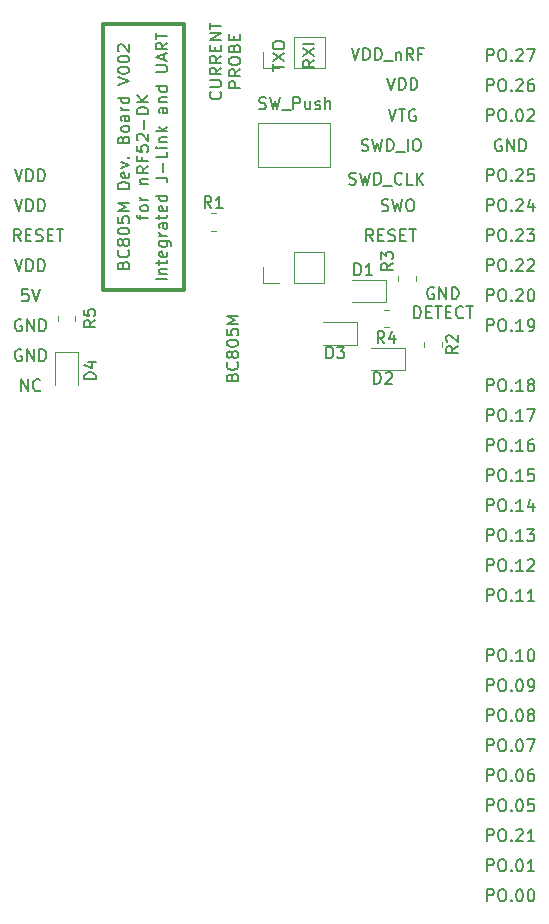
<source format=gbr>
%TF.GenerationSoftware,KiCad,Pcbnew,(6.0.4)*%
%TF.CreationDate,2022-07-09T16:45:46-05:00*%
%TF.ProjectId,BC805_nRF52_DK_shield_v002,42433830-355f-46e5-9246-35325f444b5f,rev?*%
%TF.SameCoordinates,Original*%
%TF.FileFunction,Legend,Top*%
%TF.FilePolarity,Positive*%
%FSLAX46Y46*%
G04 Gerber Fmt 4.6, Leading zero omitted, Abs format (unit mm)*
G04 Created by KiCad (PCBNEW (6.0.4)) date 2022-07-09 16:45:46*
%MOMM*%
%LPD*%
G01*
G04 APERTURE LIST*
%ADD10C,0.300000*%
%ADD11C,0.150000*%
%ADD12C,0.120000*%
G04 APERTURE END LIST*
D10*
X130941600Y-72390000D02*
X137791600Y-72390000D01*
X137791600Y-72390000D02*
X137791600Y-49820000D01*
X137791600Y-49820000D02*
X130941600Y-49820000D01*
X130941600Y-49820000D02*
X130941600Y-72390000D01*
D11*
X140853742Y-55606428D02*
X140901361Y-55654047D01*
X140948980Y-55796904D01*
X140948980Y-55892142D01*
X140901361Y-56035000D01*
X140806123Y-56130238D01*
X140710885Y-56177857D01*
X140520409Y-56225476D01*
X140377552Y-56225476D01*
X140187076Y-56177857D01*
X140091838Y-56130238D01*
X139996600Y-56035000D01*
X139948980Y-55892142D01*
X139948980Y-55796904D01*
X139996600Y-55654047D01*
X140044219Y-55606428D01*
X139948980Y-55177857D02*
X140758504Y-55177857D01*
X140853742Y-55130238D01*
X140901361Y-55082619D01*
X140948980Y-54987380D01*
X140948980Y-54796904D01*
X140901361Y-54701666D01*
X140853742Y-54654047D01*
X140758504Y-54606428D01*
X139948980Y-54606428D01*
X140948980Y-53558809D02*
X140472790Y-53892142D01*
X140948980Y-54130238D02*
X139948980Y-54130238D01*
X139948980Y-53749285D01*
X139996600Y-53654047D01*
X140044219Y-53606428D01*
X140139457Y-53558809D01*
X140282314Y-53558809D01*
X140377552Y-53606428D01*
X140425171Y-53654047D01*
X140472790Y-53749285D01*
X140472790Y-54130238D01*
X140948980Y-52558809D02*
X140472790Y-52892142D01*
X140948980Y-53130238D02*
X139948980Y-53130238D01*
X139948980Y-52749285D01*
X139996600Y-52654047D01*
X140044219Y-52606428D01*
X140139457Y-52558809D01*
X140282314Y-52558809D01*
X140377552Y-52606428D01*
X140425171Y-52654047D01*
X140472790Y-52749285D01*
X140472790Y-53130238D01*
X140425171Y-52130238D02*
X140425171Y-51796904D01*
X140948980Y-51654047D02*
X140948980Y-52130238D01*
X139948980Y-52130238D01*
X139948980Y-51654047D01*
X140948980Y-51225476D02*
X139948980Y-51225476D01*
X140948980Y-50654047D01*
X139948980Y-50654047D01*
X139948980Y-50320714D02*
X139948980Y-49749285D01*
X140948980Y-50035000D02*
X139948980Y-50035000D01*
X142558980Y-55273095D02*
X141558980Y-55273095D01*
X141558980Y-54892142D01*
X141606600Y-54796904D01*
X141654219Y-54749285D01*
X141749457Y-54701666D01*
X141892314Y-54701666D01*
X141987552Y-54749285D01*
X142035171Y-54796904D01*
X142082790Y-54892142D01*
X142082790Y-55273095D01*
X142558980Y-53701666D02*
X142082790Y-54035000D01*
X142558980Y-54273095D02*
X141558980Y-54273095D01*
X141558980Y-53892142D01*
X141606600Y-53796904D01*
X141654219Y-53749285D01*
X141749457Y-53701666D01*
X141892314Y-53701666D01*
X141987552Y-53749285D01*
X142035171Y-53796904D01*
X142082790Y-53892142D01*
X142082790Y-54273095D01*
X141558980Y-53082619D02*
X141558980Y-52892142D01*
X141606600Y-52796904D01*
X141701838Y-52701666D01*
X141892314Y-52654047D01*
X142225647Y-52654047D01*
X142416123Y-52701666D01*
X142511361Y-52796904D01*
X142558980Y-52892142D01*
X142558980Y-53082619D01*
X142511361Y-53177857D01*
X142416123Y-53273095D01*
X142225647Y-53320714D01*
X141892314Y-53320714D01*
X141701838Y-53273095D01*
X141606600Y-53177857D01*
X141558980Y-53082619D01*
X142035171Y-51892142D02*
X142082790Y-51749285D01*
X142130409Y-51701666D01*
X142225647Y-51654047D01*
X142368504Y-51654047D01*
X142463742Y-51701666D01*
X142511361Y-51749285D01*
X142558980Y-51844523D01*
X142558980Y-52225476D01*
X141558980Y-52225476D01*
X141558980Y-51892142D01*
X141606600Y-51796904D01*
X141654219Y-51749285D01*
X141749457Y-51701666D01*
X141844695Y-51701666D01*
X141939933Y-51749285D01*
X141987552Y-51796904D01*
X142035171Y-51892142D01*
X142035171Y-52225476D01*
X142035171Y-51225476D02*
X142035171Y-50892142D01*
X142558980Y-50749285D02*
X142558980Y-51225476D01*
X141558980Y-51225476D01*
X141558980Y-50749285D01*
X123441666Y-64702380D02*
X123775000Y-65702380D01*
X124108333Y-64702380D01*
X124441666Y-65702380D02*
X124441666Y-64702380D01*
X124679761Y-64702380D01*
X124822619Y-64750000D01*
X124917857Y-64845238D01*
X124965476Y-64940476D01*
X125013095Y-65130952D01*
X125013095Y-65273809D01*
X124965476Y-65464285D01*
X124917857Y-65559523D01*
X124822619Y-65654761D01*
X124679761Y-65702380D01*
X124441666Y-65702380D01*
X125441666Y-65702380D02*
X125441666Y-64702380D01*
X125679761Y-64702380D01*
X125822619Y-64750000D01*
X125917857Y-64845238D01*
X125965476Y-64940476D01*
X126013095Y-65130952D01*
X126013095Y-65273809D01*
X125965476Y-65464285D01*
X125917857Y-65559523D01*
X125822619Y-65654761D01*
X125679761Y-65702380D01*
X125441666Y-65702380D01*
X163438809Y-55542380D02*
X163438809Y-54542380D01*
X163819761Y-54542380D01*
X163915000Y-54590000D01*
X163962619Y-54637619D01*
X164010238Y-54732857D01*
X164010238Y-54875714D01*
X163962619Y-54970952D01*
X163915000Y-55018571D01*
X163819761Y-55066190D01*
X163438809Y-55066190D01*
X164629285Y-54542380D02*
X164819761Y-54542380D01*
X164915000Y-54590000D01*
X165010238Y-54685238D01*
X165057857Y-54875714D01*
X165057857Y-55209047D01*
X165010238Y-55399523D01*
X164915000Y-55494761D01*
X164819761Y-55542380D01*
X164629285Y-55542380D01*
X164534047Y-55494761D01*
X164438809Y-55399523D01*
X164391190Y-55209047D01*
X164391190Y-54875714D01*
X164438809Y-54685238D01*
X164534047Y-54590000D01*
X164629285Y-54542380D01*
X165486428Y-55447142D02*
X165534047Y-55494761D01*
X165486428Y-55542380D01*
X165438809Y-55494761D01*
X165486428Y-55447142D01*
X165486428Y-55542380D01*
X165915000Y-54637619D02*
X165962619Y-54590000D01*
X166057857Y-54542380D01*
X166295952Y-54542380D01*
X166391190Y-54590000D01*
X166438809Y-54637619D01*
X166486428Y-54732857D01*
X166486428Y-54828095D01*
X166438809Y-54970952D01*
X165867380Y-55542380D01*
X166486428Y-55542380D01*
X167343571Y-54542380D02*
X167153095Y-54542380D01*
X167057857Y-54590000D01*
X167010238Y-54637619D01*
X166915000Y-54780476D01*
X166867380Y-54970952D01*
X166867380Y-55351904D01*
X166915000Y-55447142D01*
X166962619Y-55494761D01*
X167057857Y-55542380D01*
X167248333Y-55542380D01*
X167343571Y-55494761D01*
X167391190Y-55447142D01*
X167438809Y-55351904D01*
X167438809Y-55113809D01*
X167391190Y-55018571D01*
X167343571Y-54970952D01*
X167248333Y-54923333D01*
X167057857Y-54923333D01*
X166962619Y-54970952D01*
X166915000Y-55018571D01*
X166867380Y-55113809D01*
X123441666Y-62162380D02*
X123775000Y-63162380D01*
X124108333Y-62162380D01*
X124441666Y-63162380D02*
X124441666Y-62162380D01*
X124679761Y-62162380D01*
X124822619Y-62210000D01*
X124917857Y-62305238D01*
X124965476Y-62400476D01*
X125013095Y-62590952D01*
X125013095Y-62733809D01*
X124965476Y-62924285D01*
X124917857Y-63019523D01*
X124822619Y-63114761D01*
X124679761Y-63162380D01*
X124441666Y-63162380D01*
X125441666Y-63162380D02*
X125441666Y-62162380D01*
X125679761Y-62162380D01*
X125822619Y-62210000D01*
X125917857Y-62305238D01*
X125965476Y-62400476D01*
X126013095Y-62590952D01*
X126013095Y-62733809D01*
X125965476Y-62924285D01*
X125917857Y-63019523D01*
X125822619Y-63114761D01*
X125679761Y-63162380D01*
X125441666Y-63162380D01*
X163438809Y-111422380D02*
X163438809Y-110422380D01*
X163819761Y-110422380D01*
X163915000Y-110470000D01*
X163962619Y-110517619D01*
X164010238Y-110612857D01*
X164010238Y-110755714D01*
X163962619Y-110850952D01*
X163915000Y-110898571D01*
X163819761Y-110946190D01*
X163438809Y-110946190D01*
X164629285Y-110422380D02*
X164819761Y-110422380D01*
X164915000Y-110470000D01*
X165010238Y-110565238D01*
X165057857Y-110755714D01*
X165057857Y-111089047D01*
X165010238Y-111279523D01*
X164915000Y-111374761D01*
X164819761Y-111422380D01*
X164629285Y-111422380D01*
X164534047Y-111374761D01*
X164438809Y-111279523D01*
X164391190Y-111089047D01*
X164391190Y-110755714D01*
X164438809Y-110565238D01*
X164534047Y-110470000D01*
X164629285Y-110422380D01*
X165486428Y-111327142D02*
X165534047Y-111374761D01*
X165486428Y-111422380D01*
X165438809Y-111374761D01*
X165486428Y-111327142D01*
X165486428Y-111422380D01*
X166153095Y-110422380D02*
X166248333Y-110422380D01*
X166343571Y-110470000D01*
X166391190Y-110517619D01*
X166438809Y-110612857D01*
X166486428Y-110803333D01*
X166486428Y-111041428D01*
X166438809Y-111231904D01*
X166391190Y-111327142D01*
X166343571Y-111374761D01*
X166248333Y-111422380D01*
X166153095Y-111422380D01*
X166057857Y-111374761D01*
X166010238Y-111327142D01*
X165962619Y-111231904D01*
X165915000Y-111041428D01*
X165915000Y-110803333D01*
X165962619Y-110612857D01*
X166010238Y-110517619D01*
X166057857Y-110470000D01*
X166153095Y-110422380D01*
X166819761Y-110422380D02*
X167486428Y-110422380D01*
X167057857Y-111422380D01*
X124584523Y-72322380D02*
X124108333Y-72322380D01*
X124060714Y-72798571D01*
X124108333Y-72750952D01*
X124203571Y-72703333D01*
X124441666Y-72703333D01*
X124536904Y-72750952D01*
X124584523Y-72798571D01*
X124632142Y-72893809D01*
X124632142Y-73131904D01*
X124584523Y-73227142D01*
X124536904Y-73274761D01*
X124441666Y-73322380D01*
X124203571Y-73322380D01*
X124108333Y-73274761D01*
X124060714Y-73227142D01*
X124917857Y-72322380D02*
X125251190Y-73322380D01*
X125584523Y-72322380D01*
X163438809Y-58082380D02*
X163438809Y-57082380D01*
X163819761Y-57082380D01*
X163915000Y-57130000D01*
X163962619Y-57177619D01*
X164010238Y-57272857D01*
X164010238Y-57415714D01*
X163962619Y-57510952D01*
X163915000Y-57558571D01*
X163819761Y-57606190D01*
X163438809Y-57606190D01*
X164629285Y-57082380D02*
X164819761Y-57082380D01*
X164915000Y-57130000D01*
X165010238Y-57225238D01*
X165057857Y-57415714D01*
X165057857Y-57749047D01*
X165010238Y-57939523D01*
X164915000Y-58034761D01*
X164819761Y-58082380D01*
X164629285Y-58082380D01*
X164534047Y-58034761D01*
X164438809Y-57939523D01*
X164391190Y-57749047D01*
X164391190Y-57415714D01*
X164438809Y-57225238D01*
X164534047Y-57130000D01*
X164629285Y-57082380D01*
X165486428Y-57987142D02*
X165534047Y-58034761D01*
X165486428Y-58082380D01*
X165438809Y-58034761D01*
X165486428Y-57987142D01*
X165486428Y-58082380D01*
X166153095Y-57082380D02*
X166248333Y-57082380D01*
X166343571Y-57130000D01*
X166391190Y-57177619D01*
X166438809Y-57272857D01*
X166486428Y-57463333D01*
X166486428Y-57701428D01*
X166438809Y-57891904D01*
X166391190Y-57987142D01*
X166343571Y-58034761D01*
X166248333Y-58082380D01*
X166153095Y-58082380D01*
X166057857Y-58034761D01*
X166010238Y-57987142D01*
X165962619Y-57891904D01*
X165915000Y-57701428D01*
X165915000Y-57463333D01*
X165962619Y-57272857D01*
X166010238Y-57177619D01*
X166057857Y-57130000D01*
X166153095Y-57082380D01*
X166867380Y-57177619D02*
X166915000Y-57130000D01*
X167010238Y-57082380D01*
X167248333Y-57082380D01*
X167343571Y-57130000D01*
X167391190Y-57177619D01*
X167438809Y-57272857D01*
X167438809Y-57368095D01*
X167391190Y-57510952D01*
X166819761Y-58082380D01*
X167438809Y-58082380D01*
X148823980Y-52929761D02*
X148347790Y-53263095D01*
X148823980Y-53501190D02*
X147823980Y-53501190D01*
X147823980Y-53120238D01*
X147871600Y-53025000D01*
X147919219Y-52977380D01*
X148014457Y-52929761D01*
X148157314Y-52929761D01*
X148252552Y-52977380D01*
X148300171Y-53025000D01*
X148347790Y-53120238D01*
X148347790Y-53501190D01*
X147823980Y-52596428D02*
X148823980Y-51929761D01*
X147823980Y-51929761D02*
X148823980Y-52596428D01*
X148823980Y-51548809D02*
X147823980Y-51548809D01*
X163438809Y-53002380D02*
X163438809Y-52002380D01*
X163819761Y-52002380D01*
X163915000Y-52050000D01*
X163962619Y-52097619D01*
X164010238Y-52192857D01*
X164010238Y-52335714D01*
X163962619Y-52430952D01*
X163915000Y-52478571D01*
X163819761Y-52526190D01*
X163438809Y-52526190D01*
X164629285Y-52002380D02*
X164819761Y-52002380D01*
X164915000Y-52050000D01*
X165010238Y-52145238D01*
X165057857Y-52335714D01*
X165057857Y-52669047D01*
X165010238Y-52859523D01*
X164915000Y-52954761D01*
X164819761Y-53002380D01*
X164629285Y-53002380D01*
X164534047Y-52954761D01*
X164438809Y-52859523D01*
X164391190Y-52669047D01*
X164391190Y-52335714D01*
X164438809Y-52145238D01*
X164534047Y-52050000D01*
X164629285Y-52002380D01*
X165486428Y-52907142D02*
X165534047Y-52954761D01*
X165486428Y-53002380D01*
X165438809Y-52954761D01*
X165486428Y-52907142D01*
X165486428Y-53002380D01*
X165915000Y-52097619D02*
X165962619Y-52050000D01*
X166057857Y-52002380D01*
X166295952Y-52002380D01*
X166391190Y-52050000D01*
X166438809Y-52097619D01*
X166486428Y-52192857D01*
X166486428Y-52288095D01*
X166438809Y-52430952D01*
X165867380Y-53002380D01*
X166486428Y-53002380D01*
X166819761Y-52002380D02*
X167486428Y-52002380D01*
X167057857Y-53002380D01*
X163438809Y-80942380D02*
X163438809Y-79942380D01*
X163819761Y-79942380D01*
X163915000Y-79990000D01*
X163962619Y-80037619D01*
X164010238Y-80132857D01*
X164010238Y-80275714D01*
X163962619Y-80370952D01*
X163915000Y-80418571D01*
X163819761Y-80466190D01*
X163438809Y-80466190D01*
X164629285Y-79942380D02*
X164819761Y-79942380D01*
X164915000Y-79990000D01*
X165010238Y-80085238D01*
X165057857Y-80275714D01*
X165057857Y-80609047D01*
X165010238Y-80799523D01*
X164915000Y-80894761D01*
X164819761Y-80942380D01*
X164629285Y-80942380D01*
X164534047Y-80894761D01*
X164438809Y-80799523D01*
X164391190Y-80609047D01*
X164391190Y-80275714D01*
X164438809Y-80085238D01*
X164534047Y-79990000D01*
X164629285Y-79942380D01*
X165486428Y-80847142D02*
X165534047Y-80894761D01*
X165486428Y-80942380D01*
X165438809Y-80894761D01*
X165486428Y-80847142D01*
X165486428Y-80942380D01*
X166486428Y-80942380D02*
X165915000Y-80942380D01*
X166200714Y-80942380D02*
X166200714Y-79942380D01*
X166105476Y-80085238D01*
X166010238Y-80180476D01*
X165915000Y-80228095D01*
X167057857Y-80370952D02*
X166962619Y-80323333D01*
X166915000Y-80275714D01*
X166867380Y-80180476D01*
X166867380Y-80132857D01*
X166915000Y-80037619D01*
X166962619Y-79990000D01*
X167057857Y-79942380D01*
X167248333Y-79942380D01*
X167343571Y-79990000D01*
X167391190Y-80037619D01*
X167438809Y-80132857D01*
X167438809Y-80180476D01*
X167391190Y-80275714D01*
X167343571Y-80323333D01*
X167248333Y-80370952D01*
X167057857Y-80370952D01*
X166962619Y-80418571D01*
X166915000Y-80466190D01*
X166867380Y-80561428D01*
X166867380Y-80751904D01*
X166915000Y-80847142D01*
X166962619Y-80894761D01*
X167057857Y-80942380D01*
X167248333Y-80942380D01*
X167343571Y-80894761D01*
X167391190Y-80847142D01*
X167438809Y-80751904D01*
X167438809Y-80561428D01*
X167391190Y-80466190D01*
X167343571Y-80418571D01*
X167248333Y-80370952D01*
X163438809Y-121582380D02*
X163438809Y-120582380D01*
X163819761Y-120582380D01*
X163915000Y-120630000D01*
X163962619Y-120677619D01*
X164010238Y-120772857D01*
X164010238Y-120915714D01*
X163962619Y-121010952D01*
X163915000Y-121058571D01*
X163819761Y-121106190D01*
X163438809Y-121106190D01*
X164629285Y-120582380D02*
X164819761Y-120582380D01*
X164915000Y-120630000D01*
X165010238Y-120725238D01*
X165057857Y-120915714D01*
X165057857Y-121249047D01*
X165010238Y-121439523D01*
X164915000Y-121534761D01*
X164819761Y-121582380D01*
X164629285Y-121582380D01*
X164534047Y-121534761D01*
X164438809Y-121439523D01*
X164391190Y-121249047D01*
X164391190Y-120915714D01*
X164438809Y-120725238D01*
X164534047Y-120630000D01*
X164629285Y-120582380D01*
X165486428Y-121487142D02*
X165534047Y-121534761D01*
X165486428Y-121582380D01*
X165438809Y-121534761D01*
X165486428Y-121487142D01*
X165486428Y-121582380D01*
X166153095Y-120582380D02*
X166248333Y-120582380D01*
X166343571Y-120630000D01*
X166391190Y-120677619D01*
X166438809Y-120772857D01*
X166486428Y-120963333D01*
X166486428Y-121201428D01*
X166438809Y-121391904D01*
X166391190Y-121487142D01*
X166343571Y-121534761D01*
X166248333Y-121582380D01*
X166153095Y-121582380D01*
X166057857Y-121534761D01*
X166010238Y-121487142D01*
X165962619Y-121391904D01*
X165915000Y-121201428D01*
X165915000Y-120963333D01*
X165962619Y-120772857D01*
X166010238Y-120677619D01*
X166057857Y-120630000D01*
X166153095Y-120582380D01*
X167438809Y-121582380D02*
X166867380Y-121582380D01*
X167153095Y-121582380D02*
X167153095Y-120582380D01*
X167057857Y-120725238D01*
X166962619Y-120820476D01*
X166867380Y-120868095D01*
X163438809Y-68242380D02*
X163438809Y-67242380D01*
X163819761Y-67242380D01*
X163915000Y-67290000D01*
X163962619Y-67337619D01*
X164010238Y-67432857D01*
X164010238Y-67575714D01*
X163962619Y-67670952D01*
X163915000Y-67718571D01*
X163819761Y-67766190D01*
X163438809Y-67766190D01*
X164629285Y-67242380D02*
X164819761Y-67242380D01*
X164915000Y-67290000D01*
X165010238Y-67385238D01*
X165057857Y-67575714D01*
X165057857Y-67909047D01*
X165010238Y-68099523D01*
X164915000Y-68194761D01*
X164819761Y-68242380D01*
X164629285Y-68242380D01*
X164534047Y-68194761D01*
X164438809Y-68099523D01*
X164391190Y-67909047D01*
X164391190Y-67575714D01*
X164438809Y-67385238D01*
X164534047Y-67290000D01*
X164629285Y-67242380D01*
X165486428Y-68147142D02*
X165534047Y-68194761D01*
X165486428Y-68242380D01*
X165438809Y-68194761D01*
X165486428Y-68147142D01*
X165486428Y-68242380D01*
X165915000Y-67337619D02*
X165962619Y-67290000D01*
X166057857Y-67242380D01*
X166295952Y-67242380D01*
X166391190Y-67290000D01*
X166438809Y-67337619D01*
X166486428Y-67432857D01*
X166486428Y-67528095D01*
X166438809Y-67670952D01*
X165867380Y-68242380D01*
X166486428Y-68242380D01*
X166819761Y-67242380D02*
X167438809Y-67242380D01*
X167105476Y-67623333D01*
X167248333Y-67623333D01*
X167343571Y-67670952D01*
X167391190Y-67718571D01*
X167438809Y-67813809D01*
X167438809Y-68051904D01*
X167391190Y-68147142D01*
X167343571Y-68194761D01*
X167248333Y-68242380D01*
X166962619Y-68242380D01*
X166867380Y-68194761D01*
X166819761Y-68147142D01*
X163438809Y-119042380D02*
X163438809Y-118042380D01*
X163819761Y-118042380D01*
X163915000Y-118090000D01*
X163962619Y-118137619D01*
X164010238Y-118232857D01*
X164010238Y-118375714D01*
X163962619Y-118470952D01*
X163915000Y-118518571D01*
X163819761Y-118566190D01*
X163438809Y-118566190D01*
X164629285Y-118042380D02*
X164819761Y-118042380D01*
X164915000Y-118090000D01*
X165010238Y-118185238D01*
X165057857Y-118375714D01*
X165057857Y-118709047D01*
X165010238Y-118899523D01*
X164915000Y-118994761D01*
X164819761Y-119042380D01*
X164629285Y-119042380D01*
X164534047Y-118994761D01*
X164438809Y-118899523D01*
X164391190Y-118709047D01*
X164391190Y-118375714D01*
X164438809Y-118185238D01*
X164534047Y-118090000D01*
X164629285Y-118042380D01*
X165486428Y-118947142D02*
X165534047Y-118994761D01*
X165486428Y-119042380D01*
X165438809Y-118994761D01*
X165486428Y-118947142D01*
X165486428Y-119042380D01*
X165915000Y-118137619D02*
X165962619Y-118090000D01*
X166057857Y-118042380D01*
X166295952Y-118042380D01*
X166391190Y-118090000D01*
X166438809Y-118137619D01*
X166486428Y-118232857D01*
X166486428Y-118328095D01*
X166438809Y-118470952D01*
X165867380Y-119042380D01*
X166486428Y-119042380D01*
X167438809Y-119042380D02*
X166867380Y-119042380D01*
X167153095Y-119042380D02*
X167153095Y-118042380D01*
X167057857Y-118185238D01*
X166962619Y-118280476D01*
X166867380Y-118328095D01*
X154978266Y-54417380D02*
X155311600Y-55417380D01*
X155644933Y-54417380D01*
X155978266Y-55417380D02*
X155978266Y-54417380D01*
X156216361Y-54417380D01*
X156359219Y-54465000D01*
X156454457Y-54560238D01*
X156502076Y-54655476D01*
X156549695Y-54845952D01*
X156549695Y-54988809D01*
X156502076Y-55179285D01*
X156454457Y-55274523D01*
X156359219Y-55369761D01*
X156216361Y-55417380D01*
X155978266Y-55417380D01*
X156978266Y-55417380D02*
X156978266Y-54417380D01*
X157216361Y-54417380D01*
X157359219Y-54465000D01*
X157454457Y-54560238D01*
X157502076Y-54655476D01*
X157549695Y-54845952D01*
X157549695Y-54988809D01*
X157502076Y-55179285D01*
X157454457Y-55274523D01*
X157359219Y-55369761D01*
X157216361Y-55417380D01*
X156978266Y-55417380D01*
X124013095Y-74910000D02*
X123917857Y-74862380D01*
X123775000Y-74862380D01*
X123632142Y-74910000D01*
X123536904Y-75005238D01*
X123489285Y-75100476D01*
X123441666Y-75290952D01*
X123441666Y-75433809D01*
X123489285Y-75624285D01*
X123536904Y-75719523D01*
X123632142Y-75814761D01*
X123775000Y-75862380D01*
X123870238Y-75862380D01*
X124013095Y-75814761D01*
X124060714Y-75767142D01*
X124060714Y-75433809D01*
X123870238Y-75433809D01*
X124489285Y-75862380D02*
X124489285Y-74862380D01*
X125060714Y-75862380D01*
X125060714Y-74862380D01*
X125536904Y-75862380D02*
X125536904Y-74862380D01*
X125775000Y-74862380D01*
X125917857Y-74910000D01*
X126013095Y-75005238D01*
X126060714Y-75100476D01*
X126108333Y-75290952D01*
X126108333Y-75433809D01*
X126060714Y-75624285D01*
X126013095Y-75719523D01*
X125917857Y-75814761D01*
X125775000Y-75862380D01*
X125536904Y-75862380D01*
X163438809Y-63162380D02*
X163438809Y-62162380D01*
X163819761Y-62162380D01*
X163915000Y-62210000D01*
X163962619Y-62257619D01*
X164010238Y-62352857D01*
X164010238Y-62495714D01*
X163962619Y-62590952D01*
X163915000Y-62638571D01*
X163819761Y-62686190D01*
X163438809Y-62686190D01*
X164629285Y-62162380D02*
X164819761Y-62162380D01*
X164915000Y-62210000D01*
X165010238Y-62305238D01*
X165057857Y-62495714D01*
X165057857Y-62829047D01*
X165010238Y-63019523D01*
X164915000Y-63114761D01*
X164819761Y-63162380D01*
X164629285Y-63162380D01*
X164534047Y-63114761D01*
X164438809Y-63019523D01*
X164391190Y-62829047D01*
X164391190Y-62495714D01*
X164438809Y-62305238D01*
X164534047Y-62210000D01*
X164629285Y-62162380D01*
X165486428Y-63067142D02*
X165534047Y-63114761D01*
X165486428Y-63162380D01*
X165438809Y-63114761D01*
X165486428Y-63067142D01*
X165486428Y-63162380D01*
X165915000Y-62257619D02*
X165962619Y-62210000D01*
X166057857Y-62162380D01*
X166295952Y-62162380D01*
X166391190Y-62210000D01*
X166438809Y-62257619D01*
X166486428Y-62352857D01*
X166486428Y-62448095D01*
X166438809Y-62590952D01*
X165867380Y-63162380D01*
X166486428Y-63162380D01*
X167391190Y-62162380D02*
X166915000Y-62162380D01*
X166867380Y-62638571D01*
X166915000Y-62590952D01*
X167010238Y-62543333D01*
X167248333Y-62543333D01*
X167343571Y-62590952D01*
X167391190Y-62638571D01*
X167438809Y-62733809D01*
X167438809Y-62971904D01*
X167391190Y-63067142D01*
X167343571Y-63114761D01*
X167248333Y-63162380D01*
X167010238Y-63162380D01*
X166915000Y-63114761D01*
X166867380Y-63067142D01*
X163438809Y-106342380D02*
X163438809Y-105342380D01*
X163819761Y-105342380D01*
X163915000Y-105390000D01*
X163962619Y-105437619D01*
X164010238Y-105532857D01*
X164010238Y-105675714D01*
X163962619Y-105770952D01*
X163915000Y-105818571D01*
X163819761Y-105866190D01*
X163438809Y-105866190D01*
X164629285Y-105342380D02*
X164819761Y-105342380D01*
X164915000Y-105390000D01*
X165010238Y-105485238D01*
X165057857Y-105675714D01*
X165057857Y-106009047D01*
X165010238Y-106199523D01*
X164915000Y-106294761D01*
X164819761Y-106342380D01*
X164629285Y-106342380D01*
X164534047Y-106294761D01*
X164438809Y-106199523D01*
X164391190Y-106009047D01*
X164391190Y-105675714D01*
X164438809Y-105485238D01*
X164534047Y-105390000D01*
X164629285Y-105342380D01*
X165486428Y-106247142D02*
X165534047Y-106294761D01*
X165486428Y-106342380D01*
X165438809Y-106294761D01*
X165486428Y-106247142D01*
X165486428Y-106342380D01*
X166153095Y-105342380D02*
X166248333Y-105342380D01*
X166343571Y-105390000D01*
X166391190Y-105437619D01*
X166438809Y-105532857D01*
X166486428Y-105723333D01*
X166486428Y-105961428D01*
X166438809Y-106151904D01*
X166391190Y-106247142D01*
X166343571Y-106294761D01*
X166248333Y-106342380D01*
X166153095Y-106342380D01*
X166057857Y-106294761D01*
X166010238Y-106247142D01*
X165962619Y-106151904D01*
X165915000Y-105961428D01*
X165915000Y-105723333D01*
X165962619Y-105532857D01*
X166010238Y-105437619D01*
X166057857Y-105390000D01*
X166153095Y-105342380D01*
X166962619Y-106342380D02*
X167153095Y-106342380D01*
X167248333Y-106294761D01*
X167295952Y-106247142D01*
X167391190Y-106104285D01*
X167438809Y-105913809D01*
X167438809Y-105532857D01*
X167391190Y-105437619D01*
X167343571Y-105390000D01*
X167248333Y-105342380D01*
X167057857Y-105342380D01*
X166962619Y-105390000D01*
X166915000Y-105437619D01*
X166867380Y-105532857D01*
X166867380Y-105770952D01*
X166915000Y-105866190D01*
X166962619Y-105913809D01*
X167057857Y-105961428D01*
X167248333Y-105961428D01*
X167343571Y-105913809D01*
X167391190Y-105866190D01*
X167438809Y-105770952D01*
X163438809Y-91102380D02*
X163438809Y-90102380D01*
X163819761Y-90102380D01*
X163915000Y-90150000D01*
X163962619Y-90197619D01*
X164010238Y-90292857D01*
X164010238Y-90435714D01*
X163962619Y-90530952D01*
X163915000Y-90578571D01*
X163819761Y-90626190D01*
X163438809Y-90626190D01*
X164629285Y-90102380D02*
X164819761Y-90102380D01*
X164915000Y-90150000D01*
X165010238Y-90245238D01*
X165057857Y-90435714D01*
X165057857Y-90769047D01*
X165010238Y-90959523D01*
X164915000Y-91054761D01*
X164819761Y-91102380D01*
X164629285Y-91102380D01*
X164534047Y-91054761D01*
X164438809Y-90959523D01*
X164391190Y-90769047D01*
X164391190Y-90435714D01*
X164438809Y-90245238D01*
X164534047Y-90150000D01*
X164629285Y-90102380D01*
X165486428Y-91007142D02*
X165534047Y-91054761D01*
X165486428Y-91102380D01*
X165438809Y-91054761D01*
X165486428Y-91007142D01*
X165486428Y-91102380D01*
X166486428Y-91102380D02*
X165915000Y-91102380D01*
X166200714Y-91102380D02*
X166200714Y-90102380D01*
X166105476Y-90245238D01*
X166010238Y-90340476D01*
X165915000Y-90388095D01*
X167343571Y-90435714D02*
X167343571Y-91102380D01*
X167105476Y-90054761D02*
X166867380Y-90769047D01*
X167486428Y-90769047D01*
X145283980Y-53810714D02*
X145283980Y-53239285D01*
X146283980Y-53525000D02*
X145283980Y-53525000D01*
X145283980Y-53001190D02*
X146283980Y-52334523D01*
X145283980Y-52334523D02*
X146283980Y-53001190D01*
X145283980Y-51763095D02*
X145283980Y-51572619D01*
X145331600Y-51477380D01*
X145426838Y-51382142D01*
X145617314Y-51334523D01*
X145950647Y-51334523D01*
X146141123Y-51382142D01*
X146236361Y-51477380D01*
X146283980Y-51572619D01*
X146283980Y-51763095D01*
X146236361Y-51858333D01*
X146141123Y-51953571D01*
X145950647Y-52001190D01*
X145617314Y-52001190D01*
X145426838Y-51953571D01*
X145331600Y-51858333D01*
X145283980Y-51763095D01*
X163438809Y-103802380D02*
X163438809Y-102802380D01*
X163819761Y-102802380D01*
X163915000Y-102850000D01*
X163962619Y-102897619D01*
X164010238Y-102992857D01*
X164010238Y-103135714D01*
X163962619Y-103230952D01*
X163915000Y-103278571D01*
X163819761Y-103326190D01*
X163438809Y-103326190D01*
X164629285Y-102802380D02*
X164819761Y-102802380D01*
X164915000Y-102850000D01*
X165010238Y-102945238D01*
X165057857Y-103135714D01*
X165057857Y-103469047D01*
X165010238Y-103659523D01*
X164915000Y-103754761D01*
X164819761Y-103802380D01*
X164629285Y-103802380D01*
X164534047Y-103754761D01*
X164438809Y-103659523D01*
X164391190Y-103469047D01*
X164391190Y-103135714D01*
X164438809Y-102945238D01*
X164534047Y-102850000D01*
X164629285Y-102802380D01*
X165486428Y-103707142D02*
X165534047Y-103754761D01*
X165486428Y-103802380D01*
X165438809Y-103754761D01*
X165486428Y-103707142D01*
X165486428Y-103802380D01*
X166486428Y-103802380D02*
X165915000Y-103802380D01*
X166200714Y-103802380D02*
X166200714Y-102802380D01*
X166105476Y-102945238D01*
X166010238Y-103040476D01*
X165915000Y-103088095D01*
X167105476Y-102802380D02*
X167200714Y-102802380D01*
X167295952Y-102850000D01*
X167343571Y-102897619D01*
X167391190Y-102992857D01*
X167438809Y-103183333D01*
X167438809Y-103421428D01*
X167391190Y-103611904D01*
X167343571Y-103707142D01*
X167295952Y-103754761D01*
X167200714Y-103802380D01*
X167105476Y-103802380D01*
X167010238Y-103754761D01*
X166962619Y-103707142D01*
X166915000Y-103611904D01*
X166867380Y-103421428D01*
X166867380Y-103183333D01*
X166915000Y-102992857D01*
X166962619Y-102897619D01*
X167010238Y-102850000D01*
X167105476Y-102802380D01*
X124013095Y-77450000D02*
X123917857Y-77402380D01*
X123775000Y-77402380D01*
X123632142Y-77450000D01*
X123536904Y-77545238D01*
X123489285Y-77640476D01*
X123441666Y-77830952D01*
X123441666Y-77973809D01*
X123489285Y-78164285D01*
X123536904Y-78259523D01*
X123632142Y-78354761D01*
X123775000Y-78402380D01*
X123870238Y-78402380D01*
X124013095Y-78354761D01*
X124060714Y-78307142D01*
X124060714Y-77973809D01*
X123870238Y-77973809D01*
X124489285Y-78402380D02*
X124489285Y-77402380D01*
X125060714Y-78402380D01*
X125060714Y-77402380D01*
X125536904Y-78402380D02*
X125536904Y-77402380D01*
X125775000Y-77402380D01*
X125917857Y-77450000D01*
X126013095Y-77545238D01*
X126060714Y-77640476D01*
X126108333Y-77830952D01*
X126108333Y-77973809D01*
X126060714Y-78164285D01*
X126013095Y-78259523D01*
X125917857Y-78354761D01*
X125775000Y-78402380D01*
X125536904Y-78402380D01*
X163438809Y-116502380D02*
X163438809Y-115502380D01*
X163819761Y-115502380D01*
X163915000Y-115550000D01*
X163962619Y-115597619D01*
X164010238Y-115692857D01*
X164010238Y-115835714D01*
X163962619Y-115930952D01*
X163915000Y-115978571D01*
X163819761Y-116026190D01*
X163438809Y-116026190D01*
X164629285Y-115502380D02*
X164819761Y-115502380D01*
X164915000Y-115550000D01*
X165010238Y-115645238D01*
X165057857Y-115835714D01*
X165057857Y-116169047D01*
X165010238Y-116359523D01*
X164915000Y-116454761D01*
X164819761Y-116502380D01*
X164629285Y-116502380D01*
X164534047Y-116454761D01*
X164438809Y-116359523D01*
X164391190Y-116169047D01*
X164391190Y-115835714D01*
X164438809Y-115645238D01*
X164534047Y-115550000D01*
X164629285Y-115502380D01*
X165486428Y-116407142D02*
X165534047Y-116454761D01*
X165486428Y-116502380D01*
X165438809Y-116454761D01*
X165486428Y-116407142D01*
X165486428Y-116502380D01*
X166153095Y-115502380D02*
X166248333Y-115502380D01*
X166343571Y-115550000D01*
X166391190Y-115597619D01*
X166438809Y-115692857D01*
X166486428Y-115883333D01*
X166486428Y-116121428D01*
X166438809Y-116311904D01*
X166391190Y-116407142D01*
X166343571Y-116454761D01*
X166248333Y-116502380D01*
X166153095Y-116502380D01*
X166057857Y-116454761D01*
X166010238Y-116407142D01*
X165962619Y-116311904D01*
X165915000Y-116121428D01*
X165915000Y-115883333D01*
X165962619Y-115692857D01*
X166010238Y-115597619D01*
X166057857Y-115550000D01*
X166153095Y-115502380D01*
X167391190Y-115502380D02*
X166915000Y-115502380D01*
X166867380Y-115978571D01*
X166915000Y-115930952D01*
X167010238Y-115883333D01*
X167248333Y-115883333D01*
X167343571Y-115930952D01*
X167391190Y-115978571D01*
X167438809Y-116073809D01*
X167438809Y-116311904D01*
X167391190Y-116407142D01*
X167343571Y-116454761D01*
X167248333Y-116502380D01*
X167010238Y-116502380D01*
X166915000Y-116454761D01*
X166867380Y-116407142D01*
X151768742Y-63409761D02*
X151911600Y-63457380D01*
X152149695Y-63457380D01*
X152244933Y-63409761D01*
X152292552Y-63362142D01*
X152340171Y-63266904D01*
X152340171Y-63171666D01*
X152292552Y-63076428D01*
X152244933Y-63028809D01*
X152149695Y-62981190D01*
X151959219Y-62933571D01*
X151863980Y-62885952D01*
X151816361Y-62838333D01*
X151768742Y-62743095D01*
X151768742Y-62647857D01*
X151816361Y-62552619D01*
X151863980Y-62505000D01*
X151959219Y-62457380D01*
X152197314Y-62457380D01*
X152340171Y-62505000D01*
X152673504Y-62457380D02*
X152911600Y-63457380D01*
X153102076Y-62743095D01*
X153292552Y-63457380D01*
X153530647Y-62457380D01*
X153911600Y-63457380D02*
X153911600Y-62457380D01*
X154149695Y-62457380D01*
X154292552Y-62505000D01*
X154387790Y-62600238D01*
X154435409Y-62695476D01*
X154483028Y-62885952D01*
X154483028Y-63028809D01*
X154435409Y-63219285D01*
X154387790Y-63314523D01*
X154292552Y-63409761D01*
X154149695Y-63457380D01*
X153911600Y-63457380D01*
X154673504Y-63552619D02*
X155435409Y-63552619D01*
X156244933Y-63362142D02*
X156197314Y-63409761D01*
X156054457Y-63457380D01*
X155959219Y-63457380D01*
X155816361Y-63409761D01*
X155721123Y-63314523D01*
X155673504Y-63219285D01*
X155625885Y-63028809D01*
X155625885Y-62885952D01*
X155673504Y-62695476D01*
X155721123Y-62600238D01*
X155816361Y-62505000D01*
X155959219Y-62457380D01*
X156054457Y-62457380D01*
X156197314Y-62505000D01*
X156244933Y-62552619D01*
X157149695Y-63457380D02*
X156673504Y-63457380D01*
X156673504Y-62457380D01*
X157483028Y-63457380D02*
X157483028Y-62457380D01*
X158054457Y-63457380D02*
X157625885Y-62885952D01*
X158054457Y-62457380D02*
X157483028Y-63028809D01*
X163438809Y-124122380D02*
X163438809Y-123122380D01*
X163819761Y-123122380D01*
X163915000Y-123170000D01*
X163962619Y-123217619D01*
X164010238Y-123312857D01*
X164010238Y-123455714D01*
X163962619Y-123550952D01*
X163915000Y-123598571D01*
X163819761Y-123646190D01*
X163438809Y-123646190D01*
X164629285Y-123122380D02*
X164819761Y-123122380D01*
X164915000Y-123170000D01*
X165010238Y-123265238D01*
X165057857Y-123455714D01*
X165057857Y-123789047D01*
X165010238Y-123979523D01*
X164915000Y-124074761D01*
X164819761Y-124122380D01*
X164629285Y-124122380D01*
X164534047Y-124074761D01*
X164438809Y-123979523D01*
X164391190Y-123789047D01*
X164391190Y-123455714D01*
X164438809Y-123265238D01*
X164534047Y-123170000D01*
X164629285Y-123122380D01*
X165486428Y-124027142D02*
X165534047Y-124074761D01*
X165486428Y-124122380D01*
X165438809Y-124074761D01*
X165486428Y-124027142D01*
X165486428Y-124122380D01*
X166153095Y-123122380D02*
X166248333Y-123122380D01*
X166343571Y-123170000D01*
X166391190Y-123217619D01*
X166438809Y-123312857D01*
X166486428Y-123503333D01*
X166486428Y-123741428D01*
X166438809Y-123931904D01*
X166391190Y-124027142D01*
X166343571Y-124074761D01*
X166248333Y-124122380D01*
X166153095Y-124122380D01*
X166057857Y-124074761D01*
X166010238Y-124027142D01*
X165962619Y-123931904D01*
X165915000Y-123741428D01*
X165915000Y-123503333D01*
X165962619Y-123312857D01*
X166010238Y-123217619D01*
X166057857Y-123170000D01*
X166153095Y-123122380D01*
X167105476Y-123122380D02*
X167200714Y-123122380D01*
X167295952Y-123170000D01*
X167343571Y-123217619D01*
X167391190Y-123312857D01*
X167438809Y-123503333D01*
X167438809Y-123741428D01*
X167391190Y-123931904D01*
X167343571Y-124027142D01*
X167295952Y-124074761D01*
X167200714Y-124122380D01*
X167105476Y-124122380D01*
X167010238Y-124074761D01*
X166962619Y-124027142D01*
X166915000Y-123931904D01*
X166867380Y-123741428D01*
X166867380Y-123503333D01*
X166915000Y-123312857D01*
X166962619Y-123217619D01*
X167010238Y-123170000D01*
X167105476Y-123122380D01*
X154509047Y-65654761D02*
X154651904Y-65702380D01*
X154890000Y-65702380D01*
X154985238Y-65654761D01*
X155032857Y-65607142D01*
X155080476Y-65511904D01*
X155080476Y-65416666D01*
X155032857Y-65321428D01*
X154985238Y-65273809D01*
X154890000Y-65226190D01*
X154699523Y-65178571D01*
X154604285Y-65130952D01*
X154556666Y-65083333D01*
X154509047Y-64988095D01*
X154509047Y-64892857D01*
X154556666Y-64797619D01*
X154604285Y-64750000D01*
X154699523Y-64702380D01*
X154937619Y-64702380D01*
X155080476Y-64750000D01*
X155413809Y-64702380D02*
X155651904Y-65702380D01*
X155842380Y-64988095D01*
X156032857Y-65702380D01*
X156270952Y-64702380D01*
X156842380Y-64702380D02*
X157032857Y-64702380D01*
X157128095Y-64750000D01*
X157223333Y-64845238D01*
X157270952Y-65035714D01*
X157270952Y-65369047D01*
X157223333Y-65559523D01*
X157128095Y-65654761D01*
X157032857Y-65702380D01*
X156842380Y-65702380D01*
X156747142Y-65654761D01*
X156651904Y-65559523D01*
X156604285Y-65369047D01*
X156604285Y-65035714D01*
X156651904Y-64845238D01*
X156747142Y-64750000D01*
X156842380Y-64702380D01*
X155097314Y-57097380D02*
X155430647Y-58097380D01*
X155763980Y-57097380D01*
X155954457Y-57097380D02*
X156525885Y-57097380D01*
X156240171Y-58097380D02*
X156240171Y-57097380D01*
X157383028Y-57145000D02*
X157287790Y-57097380D01*
X157144933Y-57097380D01*
X157002076Y-57145000D01*
X156906838Y-57240238D01*
X156859219Y-57335476D01*
X156811600Y-57525952D01*
X156811600Y-57668809D01*
X156859219Y-57859285D01*
X156906838Y-57954523D01*
X157002076Y-58049761D01*
X157144933Y-58097380D01*
X157240171Y-58097380D01*
X157383028Y-58049761D01*
X157430647Y-58002142D01*
X157430647Y-57668809D01*
X157240171Y-57668809D01*
X163438809Y-98722380D02*
X163438809Y-97722380D01*
X163819761Y-97722380D01*
X163915000Y-97770000D01*
X163962619Y-97817619D01*
X164010238Y-97912857D01*
X164010238Y-98055714D01*
X163962619Y-98150952D01*
X163915000Y-98198571D01*
X163819761Y-98246190D01*
X163438809Y-98246190D01*
X164629285Y-97722380D02*
X164819761Y-97722380D01*
X164915000Y-97770000D01*
X165010238Y-97865238D01*
X165057857Y-98055714D01*
X165057857Y-98389047D01*
X165010238Y-98579523D01*
X164915000Y-98674761D01*
X164819761Y-98722380D01*
X164629285Y-98722380D01*
X164534047Y-98674761D01*
X164438809Y-98579523D01*
X164391190Y-98389047D01*
X164391190Y-98055714D01*
X164438809Y-97865238D01*
X164534047Y-97770000D01*
X164629285Y-97722380D01*
X165486428Y-98627142D02*
X165534047Y-98674761D01*
X165486428Y-98722380D01*
X165438809Y-98674761D01*
X165486428Y-98627142D01*
X165486428Y-98722380D01*
X166486428Y-98722380D02*
X165915000Y-98722380D01*
X166200714Y-98722380D02*
X166200714Y-97722380D01*
X166105476Y-97865238D01*
X166010238Y-97960476D01*
X165915000Y-98008095D01*
X167438809Y-98722380D02*
X166867380Y-98722380D01*
X167153095Y-98722380D02*
X167153095Y-97722380D01*
X167057857Y-97865238D01*
X166962619Y-97960476D01*
X166867380Y-98008095D01*
X163438809Y-93642380D02*
X163438809Y-92642380D01*
X163819761Y-92642380D01*
X163915000Y-92690000D01*
X163962619Y-92737619D01*
X164010238Y-92832857D01*
X164010238Y-92975714D01*
X163962619Y-93070952D01*
X163915000Y-93118571D01*
X163819761Y-93166190D01*
X163438809Y-93166190D01*
X164629285Y-92642380D02*
X164819761Y-92642380D01*
X164915000Y-92690000D01*
X165010238Y-92785238D01*
X165057857Y-92975714D01*
X165057857Y-93309047D01*
X165010238Y-93499523D01*
X164915000Y-93594761D01*
X164819761Y-93642380D01*
X164629285Y-93642380D01*
X164534047Y-93594761D01*
X164438809Y-93499523D01*
X164391190Y-93309047D01*
X164391190Y-92975714D01*
X164438809Y-92785238D01*
X164534047Y-92690000D01*
X164629285Y-92642380D01*
X165486428Y-93547142D02*
X165534047Y-93594761D01*
X165486428Y-93642380D01*
X165438809Y-93594761D01*
X165486428Y-93547142D01*
X165486428Y-93642380D01*
X166486428Y-93642380D02*
X165915000Y-93642380D01*
X166200714Y-93642380D02*
X166200714Y-92642380D01*
X166105476Y-92785238D01*
X166010238Y-92880476D01*
X165915000Y-92928095D01*
X166819761Y-92642380D02*
X167438809Y-92642380D01*
X167105476Y-93023333D01*
X167248333Y-93023333D01*
X167343571Y-93070952D01*
X167391190Y-93118571D01*
X167438809Y-93213809D01*
X167438809Y-93451904D01*
X167391190Y-93547142D01*
X167343571Y-93594761D01*
X167248333Y-93642380D01*
X166962619Y-93642380D01*
X166867380Y-93594761D01*
X166819761Y-93547142D01*
X163438809Y-75862380D02*
X163438809Y-74862380D01*
X163819761Y-74862380D01*
X163915000Y-74910000D01*
X163962619Y-74957619D01*
X164010238Y-75052857D01*
X164010238Y-75195714D01*
X163962619Y-75290952D01*
X163915000Y-75338571D01*
X163819761Y-75386190D01*
X163438809Y-75386190D01*
X164629285Y-74862380D02*
X164819761Y-74862380D01*
X164915000Y-74910000D01*
X165010238Y-75005238D01*
X165057857Y-75195714D01*
X165057857Y-75529047D01*
X165010238Y-75719523D01*
X164915000Y-75814761D01*
X164819761Y-75862380D01*
X164629285Y-75862380D01*
X164534047Y-75814761D01*
X164438809Y-75719523D01*
X164391190Y-75529047D01*
X164391190Y-75195714D01*
X164438809Y-75005238D01*
X164534047Y-74910000D01*
X164629285Y-74862380D01*
X165486428Y-75767142D02*
X165534047Y-75814761D01*
X165486428Y-75862380D01*
X165438809Y-75814761D01*
X165486428Y-75767142D01*
X165486428Y-75862380D01*
X166486428Y-75862380D02*
X165915000Y-75862380D01*
X166200714Y-75862380D02*
X166200714Y-74862380D01*
X166105476Y-75005238D01*
X166010238Y-75100476D01*
X165915000Y-75148095D01*
X166962619Y-75862380D02*
X167153095Y-75862380D01*
X167248333Y-75814761D01*
X167295952Y-75767142D01*
X167391190Y-75624285D01*
X167438809Y-75433809D01*
X167438809Y-75052857D01*
X167391190Y-74957619D01*
X167343571Y-74910000D01*
X167248333Y-74862380D01*
X167057857Y-74862380D01*
X166962619Y-74910000D01*
X166915000Y-74957619D01*
X166867380Y-75052857D01*
X166867380Y-75290952D01*
X166915000Y-75386190D01*
X166962619Y-75433809D01*
X167057857Y-75481428D01*
X167248333Y-75481428D01*
X167343571Y-75433809D01*
X167391190Y-75386190D01*
X167438809Y-75290952D01*
X163438809Y-73322380D02*
X163438809Y-72322380D01*
X163819761Y-72322380D01*
X163915000Y-72370000D01*
X163962619Y-72417619D01*
X164010238Y-72512857D01*
X164010238Y-72655714D01*
X163962619Y-72750952D01*
X163915000Y-72798571D01*
X163819761Y-72846190D01*
X163438809Y-72846190D01*
X164629285Y-72322380D02*
X164819761Y-72322380D01*
X164915000Y-72370000D01*
X165010238Y-72465238D01*
X165057857Y-72655714D01*
X165057857Y-72989047D01*
X165010238Y-73179523D01*
X164915000Y-73274761D01*
X164819761Y-73322380D01*
X164629285Y-73322380D01*
X164534047Y-73274761D01*
X164438809Y-73179523D01*
X164391190Y-72989047D01*
X164391190Y-72655714D01*
X164438809Y-72465238D01*
X164534047Y-72370000D01*
X164629285Y-72322380D01*
X165486428Y-73227142D02*
X165534047Y-73274761D01*
X165486428Y-73322380D01*
X165438809Y-73274761D01*
X165486428Y-73227142D01*
X165486428Y-73322380D01*
X165915000Y-72417619D02*
X165962619Y-72370000D01*
X166057857Y-72322380D01*
X166295952Y-72322380D01*
X166391190Y-72370000D01*
X166438809Y-72417619D01*
X166486428Y-72512857D01*
X166486428Y-72608095D01*
X166438809Y-72750952D01*
X165867380Y-73322380D01*
X166486428Y-73322380D01*
X167105476Y-72322380D02*
X167200714Y-72322380D01*
X167295952Y-72370000D01*
X167343571Y-72417619D01*
X167391190Y-72512857D01*
X167438809Y-72703333D01*
X167438809Y-72941428D01*
X167391190Y-73131904D01*
X167343571Y-73227142D01*
X167295952Y-73274761D01*
X167200714Y-73322380D01*
X167105476Y-73322380D01*
X167010238Y-73274761D01*
X166962619Y-73227142D01*
X166915000Y-73131904D01*
X166867380Y-72941428D01*
X166867380Y-72703333D01*
X166915000Y-72512857D01*
X166962619Y-72417619D01*
X167010238Y-72370000D01*
X167105476Y-72322380D01*
X123441666Y-69782380D02*
X123775000Y-70782380D01*
X124108333Y-69782380D01*
X124441666Y-70782380D02*
X124441666Y-69782380D01*
X124679761Y-69782380D01*
X124822619Y-69830000D01*
X124917857Y-69925238D01*
X124965476Y-70020476D01*
X125013095Y-70210952D01*
X125013095Y-70353809D01*
X124965476Y-70544285D01*
X124917857Y-70639523D01*
X124822619Y-70734761D01*
X124679761Y-70782380D01*
X124441666Y-70782380D01*
X125441666Y-70782380D02*
X125441666Y-69782380D01*
X125679761Y-69782380D01*
X125822619Y-69830000D01*
X125917857Y-69925238D01*
X125965476Y-70020476D01*
X126013095Y-70210952D01*
X126013095Y-70353809D01*
X125965476Y-70544285D01*
X125917857Y-70639523D01*
X125822619Y-70734761D01*
X125679761Y-70782380D01*
X125441666Y-70782380D01*
X163438809Y-96182380D02*
X163438809Y-95182380D01*
X163819761Y-95182380D01*
X163915000Y-95230000D01*
X163962619Y-95277619D01*
X164010238Y-95372857D01*
X164010238Y-95515714D01*
X163962619Y-95610952D01*
X163915000Y-95658571D01*
X163819761Y-95706190D01*
X163438809Y-95706190D01*
X164629285Y-95182380D02*
X164819761Y-95182380D01*
X164915000Y-95230000D01*
X165010238Y-95325238D01*
X165057857Y-95515714D01*
X165057857Y-95849047D01*
X165010238Y-96039523D01*
X164915000Y-96134761D01*
X164819761Y-96182380D01*
X164629285Y-96182380D01*
X164534047Y-96134761D01*
X164438809Y-96039523D01*
X164391190Y-95849047D01*
X164391190Y-95515714D01*
X164438809Y-95325238D01*
X164534047Y-95230000D01*
X164629285Y-95182380D01*
X165486428Y-96087142D02*
X165534047Y-96134761D01*
X165486428Y-96182380D01*
X165438809Y-96134761D01*
X165486428Y-96087142D01*
X165486428Y-96182380D01*
X166486428Y-96182380D02*
X165915000Y-96182380D01*
X166200714Y-96182380D02*
X166200714Y-95182380D01*
X166105476Y-95325238D01*
X166010238Y-95420476D01*
X165915000Y-95468095D01*
X166867380Y-95277619D02*
X166915000Y-95230000D01*
X167010238Y-95182380D01*
X167248333Y-95182380D01*
X167343571Y-95230000D01*
X167391190Y-95277619D01*
X167438809Y-95372857D01*
X167438809Y-95468095D01*
X167391190Y-95610952D01*
X166819761Y-96182380D01*
X167438809Y-96182380D01*
X163438809Y-86022380D02*
X163438809Y-85022380D01*
X163819761Y-85022380D01*
X163915000Y-85070000D01*
X163962619Y-85117619D01*
X164010238Y-85212857D01*
X164010238Y-85355714D01*
X163962619Y-85450952D01*
X163915000Y-85498571D01*
X163819761Y-85546190D01*
X163438809Y-85546190D01*
X164629285Y-85022380D02*
X164819761Y-85022380D01*
X164915000Y-85070000D01*
X165010238Y-85165238D01*
X165057857Y-85355714D01*
X165057857Y-85689047D01*
X165010238Y-85879523D01*
X164915000Y-85974761D01*
X164819761Y-86022380D01*
X164629285Y-86022380D01*
X164534047Y-85974761D01*
X164438809Y-85879523D01*
X164391190Y-85689047D01*
X164391190Y-85355714D01*
X164438809Y-85165238D01*
X164534047Y-85070000D01*
X164629285Y-85022380D01*
X165486428Y-85927142D02*
X165534047Y-85974761D01*
X165486428Y-86022380D01*
X165438809Y-85974761D01*
X165486428Y-85927142D01*
X165486428Y-86022380D01*
X166486428Y-86022380D02*
X165915000Y-86022380D01*
X166200714Y-86022380D02*
X166200714Y-85022380D01*
X166105476Y-85165238D01*
X166010238Y-85260476D01*
X165915000Y-85308095D01*
X167343571Y-85022380D02*
X167153095Y-85022380D01*
X167057857Y-85070000D01*
X167010238Y-85117619D01*
X166915000Y-85260476D01*
X166867380Y-85450952D01*
X166867380Y-85831904D01*
X166915000Y-85927142D01*
X166962619Y-85974761D01*
X167057857Y-86022380D01*
X167248333Y-86022380D01*
X167343571Y-85974761D01*
X167391190Y-85927142D01*
X167438809Y-85831904D01*
X167438809Y-85593809D01*
X167391190Y-85498571D01*
X167343571Y-85450952D01*
X167248333Y-85403333D01*
X167057857Y-85403333D01*
X166962619Y-85450952D01*
X166915000Y-85498571D01*
X166867380Y-85593809D01*
X132630171Y-70247857D02*
X132677790Y-70105000D01*
X132725409Y-70057380D01*
X132820647Y-70009761D01*
X132963504Y-70009761D01*
X133058742Y-70057380D01*
X133106361Y-70105000D01*
X133153980Y-70200238D01*
X133153980Y-70581190D01*
X132153980Y-70581190D01*
X132153980Y-70247857D01*
X132201600Y-70152619D01*
X132249219Y-70105000D01*
X132344457Y-70057380D01*
X132439695Y-70057380D01*
X132534933Y-70105000D01*
X132582552Y-70152619D01*
X132630171Y-70247857D01*
X132630171Y-70581190D01*
X133058742Y-69009761D02*
X133106361Y-69057380D01*
X133153980Y-69200238D01*
X133153980Y-69295476D01*
X133106361Y-69438333D01*
X133011123Y-69533571D01*
X132915885Y-69581190D01*
X132725409Y-69628809D01*
X132582552Y-69628809D01*
X132392076Y-69581190D01*
X132296838Y-69533571D01*
X132201600Y-69438333D01*
X132153980Y-69295476D01*
X132153980Y-69200238D01*
X132201600Y-69057380D01*
X132249219Y-69009761D01*
X132582552Y-68438333D02*
X132534933Y-68533571D01*
X132487314Y-68581190D01*
X132392076Y-68628809D01*
X132344457Y-68628809D01*
X132249219Y-68581190D01*
X132201600Y-68533571D01*
X132153980Y-68438333D01*
X132153980Y-68247857D01*
X132201600Y-68152619D01*
X132249219Y-68105000D01*
X132344457Y-68057380D01*
X132392076Y-68057380D01*
X132487314Y-68105000D01*
X132534933Y-68152619D01*
X132582552Y-68247857D01*
X132582552Y-68438333D01*
X132630171Y-68533571D01*
X132677790Y-68581190D01*
X132773028Y-68628809D01*
X132963504Y-68628809D01*
X133058742Y-68581190D01*
X133106361Y-68533571D01*
X133153980Y-68438333D01*
X133153980Y-68247857D01*
X133106361Y-68152619D01*
X133058742Y-68105000D01*
X132963504Y-68057380D01*
X132773028Y-68057380D01*
X132677790Y-68105000D01*
X132630171Y-68152619D01*
X132582552Y-68247857D01*
X132153980Y-67438333D02*
X132153980Y-67343095D01*
X132201600Y-67247857D01*
X132249219Y-67200238D01*
X132344457Y-67152619D01*
X132534933Y-67105000D01*
X132773028Y-67105000D01*
X132963504Y-67152619D01*
X133058742Y-67200238D01*
X133106361Y-67247857D01*
X133153980Y-67343095D01*
X133153980Y-67438333D01*
X133106361Y-67533571D01*
X133058742Y-67581190D01*
X132963504Y-67628809D01*
X132773028Y-67676428D01*
X132534933Y-67676428D01*
X132344457Y-67628809D01*
X132249219Y-67581190D01*
X132201600Y-67533571D01*
X132153980Y-67438333D01*
X132153980Y-66200238D02*
X132153980Y-66676428D01*
X132630171Y-66724047D01*
X132582552Y-66676428D01*
X132534933Y-66581190D01*
X132534933Y-66343095D01*
X132582552Y-66247857D01*
X132630171Y-66200238D01*
X132725409Y-66152619D01*
X132963504Y-66152619D01*
X133058742Y-66200238D01*
X133106361Y-66247857D01*
X133153980Y-66343095D01*
X133153980Y-66581190D01*
X133106361Y-66676428D01*
X133058742Y-66724047D01*
X133153980Y-65724047D02*
X132153980Y-65724047D01*
X132868266Y-65390714D01*
X132153980Y-65057380D01*
X133153980Y-65057380D01*
X133153980Y-63819285D02*
X132153980Y-63819285D01*
X132153980Y-63581190D01*
X132201600Y-63438333D01*
X132296838Y-63343095D01*
X132392076Y-63295476D01*
X132582552Y-63247857D01*
X132725409Y-63247857D01*
X132915885Y-63295476D01*
X133011123Y-63343095D01*
X133106361Y-63438333D01*
X133153980Y-63581190D01*
X133153980Y-63819285D01*
X133106361Y-62438333D02*
X133153980Y-62533571D01*
X133153980Y-62724047D01*
X133106361Y-62819285D01*
X133011123Y-62866904D01*
X132630171Y-62866904D01*
X132534933Y-62819285D01*
X132487314Y-62724047D01*
X132487314Y-62533571D01*
X132534933Y-62438333D01*
X132630171Y-62390714D01*
X132725409Y-62390714D01*
X132820647Y-62866904D01*
X132487314Y-62057380D02*
X133153980Y-61819285D01*
X132487314Y-61581190D01*
X133058742Y-61200238D02*
X133106361Y-61152619D01*
X133153980Y-61200238D01*
X133106361Y-61247857D01*
X133058742Y-61200238D01*
X133153980Y-61200238D01*
X132630171Y-59628809D02*
X132677790Y-59485952D01*
X132725409Y-59438333D01*
X132820647Y-59390714D01*
X132963504Y-59390714D01*
X133058742Y-59438333D01*
X133106361Y-59485952D01*
X133153980Y-59581190D01*
X133153980Y-59962142D01*
X132153980Y-59962142D01*
X132153980Y-59628809D01*
X132201600Y-59533571D01*
X132249219Y-59485952D01*
X132344457Y-59438333D01*
X132439695Y-59438333D01*
X132534933Y-59485952D01*
X132582552Y-59533571D01*
X132630171Y-59628809D01*
X132630171Y-59962142D01*
X133153980Y-58819285D02*
X133106361Y-58914523D01*
X133058742Y-58962142D01*
X132963504Y-59009761D01*
X132677790Y-59009761D01*
X132582552Y-58962142D01*
X132534933Y-58914523D01*
X132487314Y-58819285D01*
X132487314Y-58676428D01*
X132534933Y-58581190D01*
X132582552Y-58533571D01*
X132677790Y-58485952D01*
X132963504Y-58485952D01*
X133058742Y-58533571D01*
X133106361Y-58581190D01*
X133153980Y-58676428D01*
X133153980Y-58819285D01*
X133153980Y-57628809D02*
X132630171Y-57628809D01*
X132534933Y-57676428D01*
X132487314Y-57771666D01*
X132487314Y-57962142D01*
X132534933Y-58057380D01*
X133106361Y-57628809D02*
X133153980Y-57724047D01*
X133153980Y-57962142D01*
X133106361Y-58057380D01*
X133011123Y-58105000D01*
X132915885Y-58105000D01*
X132820647Y-58057380D01*
X132773028Y-57962142D01*
X132773028Y-57724047D01*
X132725409Y-57628809D01*
X133153980Y-57152619D02*
X132487314Y-57152619D01*
X132677790Y-57152619D02*
X132582552Y-57105000D01*
X132534933Y-57057380D01*
X132487314Y-56962142D01*
X132487314Y-56866904D01*
X133153980Y-56105000D02*
X132153980Y-56105000D01*
X133106361Y-56105000D02*
X133153980Y-56200238D01*
X133153980Y-56390714D01*
X133106361Y-56485952D01*
X133058742Y-56533571D01*
X132963504Y-56581190D01*
X132677790Y-56581190D01*
X132582552Y-56533571D01*
X132534933Y-56485952D01*
X132487314Y-56390714D01*
X132487314Y-56200238D01*
X132534933Y-56105000D01*
X132153980Y-55009761D02*
X133153980Y-54676428D01*
X132153980Y-54343095D01*
X132153980Y-53819285D02*
X132153980Y-53724047D01*
X132201600Y-53628809D01*
X132249219Y-53581190D01*
X132344457Y-53533571D01*
X132534933Y-53485952D01*
X132773028Y-53485952D01*
X132963504Y-53533571D01*
X133058742Y-53581190D01*
X133106361Y-53628809D01*
X133153980Y-53724047D01*
X133153980Y-53819285D01*
X133106361Y-53914523D01*
X133058742Y-53962142D01*
X132963504Y-54009761D01*
X132773028Y-54057380D01*
X132534933Y-54057380D01*
X132344457Y-54009761D01*
X132249219Y-53962142D01*
X132201600Y-53914523D01*
X132153980Y-53819285D01*
X132153980Y-52866904D02*
X132153980Y-52771666D01*
X132201600Y-52676428D01*
X132249219Y-52628809D01*
X132344457Y-52581190D01*
X132534933Y-52533571D01*
X132773028Y-52533571D01*
X132963504Y-52581190D01*
X133058742Y-52628809D01*
X133106361Y-52676428D01*
X133153980Y-52771666D01*
X133153980Y-52866904D01*
X133106361Y-52962142D01*
X133058742Y-53009761D01*
X132963504Y-53057380D01*
X132773028Y-53105000D01*
X132534933Y-53105000D01*
X132344457Y-53057380D01*
X132249219Y-53009761D01*
X132201600Y-52962142D01*
X132153980Y-52866904D01*
X132249219Y-52152619D02*
X132201600Y-52105000D01*
X132153980Y-52009761D01*
X132153980Y-51771666D01*
X132201600Y-51676428D01*
X132249219Y-51628809D01*
X132344457Y-51581190D01*
X132439695Y-51581190D01*
X132582552Y-51628809D01*
X133153980Y-52200238D01*
X133153980Y-51581190D01*
X134097314Y-66390714D02*
X134097314Y-66009761D01*
X134763980Y-66247857D02*
X133906838Y-66247857D01*
X133811600Y-66200238D01*
X133763980Y-66105000D01*
X133763980Y-66009761D01*
X134763980Y-65533571D02*
X134716361Y-65628809D01*
X134668742Y-65676428D01*
X134573504Y-65724047D01*
X134287790Y-65724047D01*
X134192552Y-65676428D01*
X134144933Y-65628809D01*
X134097314Y-65533571D01*
X134097314Y-65390714D01*
X134144933Y-65295476D01*
X134192552Y-65247857D01*
X134287790Y-65200238D01*
X134573504Y-65200238D01*
X134668742Y-65247857D01*
X134716361Y-65295476D01*
X134763980Y-65390714D01*
X134763980Y-65533571D01*
X134763980Y-64771666D02*
X134097314Y-64771666D01*
X134287790Y-64771666D02*
X134192552Y-64724047D01*
X134144933Y-64676428D01*
X134097314Y-64581190D01*
X134097314Y-64485952D01*
X134097314Y-63390714D02*
X134763980Y-63390714D01*
X134192552Y-63390714D02*
X134144933Y-63343095D01*
X134097314Y-63247857D01*
X134097314Y-63105000D01*
X134144933Y-63009761D01*
X134240171Y-62962142D01*
X134763980Y-62962142D01*
X134763980Y-61914523D02*
X134287790Y-62247857D01*
X134763980Y-62485952D02*
X133763980Y-62485952D01*
X133763980Y-62105000D01*
X133811600Y-62009761D01*
X133859219Y-61962142D01*
X133954457Y-61914523D01*
X134097314Y-61914523D01*
X134192552Y-61962142D01*
X134240171Y-62009761D01*
X134287790Y-62105000D01*
X134287790Y-62485952D01*
X134240171Y-61152619D02*
X134240171Y-61485952D01*
X134763980Y-61485952D02*
X133763980Y-61485952D01*
X133763980Y-61009761D01*
X133763980Y-60152619D02*
X133763980Y-60628809D01*
X134240171Y-60676428D01*
X134192552Y-60628809D01*
X134144933Y-60533571D01*
X134144933Y-60295476D01*
X134192552Y-60200238D01*
X134240171Y-60152619D01*
X134335409Y-60105000D01*
X134573504Y-60105000D01*
X134668742Y-60152619D01*
X134716361Y-60200238D01*
X134763980Y-60295476D01*
X134763980Y-60533571D01*
X134716361Y-60628809D01*
X134668742Y-60676428D01*
X133859219Y-59724047D02*
X133811600Y-59676428D01*
X133763980Y-59581190D01*
X133763980Y-59343095D01*
X133811600Y-59247857D01*
X133859219Y-59200238D01*
X133954457Y-59152619D01*
X134049695Y-59152619D01*
X134192552Y-59200238D01*
X134763980Y-59771666D01*
X134763980Y-59152619D01*
X134383028Y-58724047D02*
X134383028Y-57962142D01*
X134763980Y-57485952D02*
X133763980Y-57485952D01*
X133763980Y-57247857D01*
X133811600Y-57105000D01*
X133906838Y-57009761D01*
X134002076Y-56962142D01*
X134192552Y-56914523D01*
X134335409Y-56914523D01*
X134525885Y-56962142D01*
X134621123Y-57009761D01*
X134716361Y-57105000D01*
X134763980Y-57247857D01*
X134763980Y-57485952D01*
X134763980Y-56485952D02*
X133763980Y-56485952D01*
X134763980Y-55914523D02*
X134192552Y-56343095D01*
X133763980Y-55914523D02*
X134335409Y-56485952D01*
X136373980Y-71485952D02*
X135373980Y-71485952D01*
X135707314Y-71009761D02*
X136373980Y-71009761D01*
X135802552Y-71009761D02*
X135754933Y-70962142D01*
X135707314Y-70866904D01*
X135707314Y-70724047D01*
X135754933Y-70628809D01*
X135850171Y-70581190D01*
X136373980Y-70581190D01*
X135707314Y-70247857D02*
X135707314Y-69866904D01*
X135373980Y-70105000D02*
X136231123Y-70105000D01*
X136326361Y-70057380D01*
X136373980Y-69962142D01*
X136373980Y-69866904D01*
X136326361Y-69152619D02*
X136373980Y-69247857D01*
X136373980Y-69438333D01*
X136326361Y-69533571D01*
X136231123Y-69581190D01*
X135850171Y-69581190D01*
X135754933Y-69533571D01*
X135707314Y-69438333D01*
X135707314Y-69247857D01*
X135754933Y-69152619D01*
X135850171Y-69105000D01*
X135945409Y-69105000D01*
X136040647Y-69581190D01*
X135707314Y-68247857D02*
X136516838Y-68247857D01*
X136612076Y-68295476D01*
X136659695Y-68343095D01*
X136707314Y-68438333D01*
X136707314Y-68581190D01*
X136659695Y-68676428D01*
X136326361Y-68247857D02*
X136373980Y-68343095D01*
X136373980Y-68533571D01*
X136326361Y-68628809D01*
X136278742Y-68676428D01*
X136183504Y-68724047D01*
X135897790Y-68724047D01*
X135802552Y-68676428D01*
X135754933Y-68628809D01*
X135707314Y-68533571D01*
X135707314Y-68343095D01*
X135754933Y-68247857D01*
X136373980Y-67771666D02*
X135707314Y-67771666D01*
X135897790Y-67771666D02*
X135802552Y-67724047D01*
X135754933Y-67676428D01*
X135707314Y-67581190D01*
X135707314Y-67485952D01*
X136373980Y-66724047D02*
X135850171Y-66724047D01*
X135754933Y-66771666D01*
X135707314Y-66866904D01*
X135707314Y-67057380D01*
X135754933Y-67152619D01*
X136326361Y-66724047D02*
X136373980Y-66819285D01*
X136373980Y-67057380D01*
X136326361Y-67152619D01*
X136231123Y-67200238D01*
X136135885Y-67200238D01*
X136040647Y-67152619D01*
X135993028Y-67057380D01*
X135993028Y-66819285D01*
X135945409Y-66724047D01*
X135707314Y-66390714D02*
X135707314Y-66009761D01*
X135373980Y-66247857D02*
X136231123Y-66247857D01*
X136326361Y-66200238D01*
X136373980Y-66105000D01*
X136373980Y-66009761D01*
X136326361Y-65295476D02*
X136373980Y-65390714D01*
X136373980Y-65581190D01*
X136326361Y-65676428D01*
X136231123Y-65724047D01*
X135850171Y-65724047D01*
X135754933Y-65676428D01*
X135707314Y-65581190D01*
X135707314Y-65390714D01*
X135754933Y-65295476D01*
X135850171Y-65247857D01*
X135945409Y-65247857D01*
X136040647Y-65724047D01*
X136373980Y-64390714D02*
X135373980Y-64390714D01*
X136326361Y-64390714D02*
X136373980Y-64485952D01*
X136373980Y-64676428D01*
X136326361Y-64771666D01*
X136278742Y-64819285D01*
X136183504Y-64866904D01*
X135897790Y-64866904D01*
X135802552Y-64819285D01*
X135754933Y-64771666D01*
X135707314Y-64676428D01*
X135707314Y-64485952D01*
X135754933Y-64390714D01*
X135373980Y-62866904D02*
X136088266Y-62866904D01*
X136231123Y-62914523D01*
X136326361Y-63009761D01*
X136373980Y-63152619D01*
X136373980Y-63247857D01*
X135993028Y-62390714D02*
X135993028Y-61628809D01*
X136373980Y-60676428D02*
X136373980Y-61152619D01*
X135373980Y-61152619D01*
X136373980Y-60343095D02*
X135707314Y-60343095D01*
X135373980Y-60343095D02*
X135421600Y-60390714D01*
X135469219Y-60343095D01*
X135421600Y-60295476D01*
X135373980Y-60343095D01*
X135469219Y-60343095D01*
X135707314Y-59866904D02*
X136373980Y-59866904D01*
X135802552Y-59866904D02*
X135754933Y-59819285D01*
X135707314Y-59724047D01*
X135707314Y-59581190D01*
X135754933Y-59485952D01*
X135850171Y-59438333D01*
X136373980Y-59438333D01*
X136373980Y-58962142D02*
X135373980Y-58962142D01*
X135993028Y-58866904D02*
X136373980Y-58581190D01*
X135707314Y-58581190D02*
X136088266Y-58962142D01*
X136373980Y-56962142D02*
X135850171Y-56962142D01*
X135754933Y-57009761D01*
X135707314Y-57105000D01*
X135707314Y-57295476D01*
X135754933Y-57390714D01*
X136326361Y-56962142D02*
X136373980Y-57057380D01*
X136373980Y-57295476D01*
X136326361Y-57390714D01*
X136231123Y-57438333D01*
X136135885Y-57438333D01*
X136040647Y-57390714D01*
X135993028Y-57295476D01*
X135993028Y-57057380D01*
X135945409Y-56962142D01*
X135707314Y-56485952D02*
X136373980Y-56485952D01*
X135802552Y-56485952D02*
X135754933Y-56438333D01*
X135707314Y-56343095D01*
X135707314Y-56200238D01*
X135754933Y-56105000D01*
X135850171Y-56057380D01*
X136373980Y-56057380D01*
X136373980Y-55152619D02*
X135373980Y-55152619D01*
X136326361Y-55152619D02*
X136373980Y-55247857D01*
X136373980Y-55438333D01*
X136326361Y-55533571D01*
X136278742Y-55581190D01*
X136183504Y-55628809D01*
X135897790Y-55628809D01*
X135802552Y-55581190D01*
X135754933Y-55533571D01*
X135707314Y-55438333D01*
X135707314Y-55247857D01*
X135754933Y-55152619D01*
X135373980Y-53914523D02*
X136183504Y-53914523D01*
X136278742Y-53866904D01*
X136326361Y-53819285D01*
X136373980Y-53724047D01*
X136373980Y-53533571D01*
X136326361Y-53438333D01*
X136278742Y-53390714D01*
X136183504Y-53343095D01*
X135373980Y-53343095D01*
X136088266Y-52914523D02*
X136088266Y-52438333D01*
X136373980Y-53009761D02*
X135373980Y-52676428D01*
X136373980Y-52343095D01*
X136373980Y-51438333D02*
X135897790Y-51771666D01*
X136373980Y-52009761D02*
X135373980Y-52009761D01*
X135373980Y-51628809D01*
X135421600Y-51533571D01*
X135469219Y-51485952D01*
X135564457Y-51438333D01*
X135707314Y-51438333D01*
X135802552Y-51485952D01*
X135850171Y-51533571D01*
X135897790Y-51628809D01*
X135897790Y-52009761D01*
X135373980Y-51152619D02*
X135373980Y-50581190D01*
X136373980Y-50866904D02*
X135373980Y-50866904D01*
X152821600Y-60569761D02*
X152964457Y-60617380D01*
X153202552Y-60617380D01*
X153297790Y-60569761D01*
X153345409Y-60522142D01*
X153393028Y-60426904D01*
X153393028Y-60331666D01*
X153345409Y-60236428D01*
X153297790Y-60188809D01*
X153202552Y-60141190D01*
X153012076Y-60093571D01*
X152916838Y-60045952D01*
X152869219Y-59998333D01*
X152821600Y-59903095D01*
X152821600Y-59807857D01*
X152869219Y-59712619D01*
X152916838Y-59665000D01*
X153012076Y-59617380D01*
X153250171Y-59617380D01*
X153393028Y-59665000D01*
X153726361Y-59617380D02*
X153964457Y-60617380D01*
X154154933Y-59903095D01*
X154345409Y-60617380D01*
X154583504Y-59617380D01*
X154964457Y-60617380D02*
X154964457Y-59617380D01*
X155202552Y-59617380D01*
X155345409Y-59665000D01*
X155440647Y-59760238D01*
X155488266Y-59855476D01*
X155535885Y-60045952D01*
X155535885Y-60188809D01*
X155488266Y-60379285D01*
X155440647Y-60474523D01*
X155345409Y-60569761D01*
X155202552Y-60617380D01*
X154964457Y-60617380D01*
X155726361Y-60712619D02*
X156488266Y-60712619D01*
X156726361Y-60617380D02*
X156726361Y-59617380D01*
X157393028Y-59617380D02*
X157583504Y-59617380D01*
X157678742Y-59665000D01*
X157773980Y-59760238D01*
X157821600Y-59950714D01*
X157821600Y-60284047D01*
X157773980Y-60474523D01*
X157678742Y-60569761D01*
X157583504Y-60617380D01*
X157393028Y-60617380D01*
X157297790Y-60569761D01*
X157202552Y-60474523D01*
X157154933Y-60284047D01*
X157154933Y-59950714D01*
X157202552Y-59760238D01*
X157297790Y-59665000D01*
X157393028Y-59617380D01*
X153802619Y-68242380D02*
X153469285Y-67766190D01*
X153231190Y-68242380D02*
X153231190Y-67242380D01*
X153612142Y-67242380D01*
X153707380Y-67290000D01*
X153755000Y-67337619D01*
X153802619Y-67432857D01*
X153802619Y-67575714D01*
X153755000Y-67670952D01*
X153707380Y-67718571D01*
X153612142Y-67766190D01*
X153231190Y-67766190D01*
X154231190Y-67718571D02*
X154564523Y-67718571D01*
X154707380Y-68242380D02*
X154231190Y-68242380D01*
X154231190Y-67242380D01*
X154707380Y-67242380D01*
X155088333Y-68194761D02*
X155231190Y-68242380D01*
X155469285Y-68242380D01*
X155564523Y-68194761D01*
X155612142Y-68147142D01*
X155659761Y-68051904D01*
X155659761Y-67956666D01*
X155612142Y-67861428D01*
X155564523Y-67813809D01*
X155469285Y-67766190D01*
X155278809Y-67718571D01*
X155183571Y-67670952D01*
X155135952Y-67623333D01*
X155088333Y-67528095D01*
X155088333Y-67432857D01*
X155135952Y-67337619D01*
X155183571Y-67290000D01*
X155278809Y-67242380D01*
X155516904Y-67242380D01*
X155659761Y-67290000D01*
X156088333Y-67718571D02*
X156421666Y-67718571D01*
X156564523Y-68242380D02*
X156088333Y-68242380D01*
X156088333Y-67242380D01*
X156564523Y-67242380D01*
X156850238Y-67242380D02*
X157421666Y-67242380D01*
X157135952Y-68242380D02*
X157135952Y-67242380D01*
X163438809Y-88562380D02*
X163438809Y-87562380D01*
X163819761Y-87562380D01*
X163915000Y-87610000D01*
X163962619Y-87657619D01*
X164010238Y-87752857D01*
X164010238Y-87895714D01*
X163962619Y-87990952D01*
X163915000Y-88038571D01*
X163819761Y-88086190D01*
X163438809Y-88086190D01*
X164629285Y-87562380D02*
X164819761Y-87562380D01*
X164915000Y-87610000D01*
X165010238Y-87705238D01*
X165057857Y-87895714D01*
X165057857Y-88229047D01*
X165010238Y-88419523D01*
X164915000Y-88514761D01*
X164819761Y-88562380D01*
X164629285Y-88562380D01*
X164534047Y-88514761D01*
X164438809Y-88419523D01*
X164391190Y-88229047D01*
X164391190Y-87895714D01*
X164438809Y-87705238D01*
X164534047Y-87610000D01*
X164629285Y-87562380D01*
X165486428Y-88467142D02*
X165534047Y-88514761D01*
X165486428Y-88562380D01*
X165438809Y-88514761D01*
X165486428Y-88467142D01*
X165486428Y-88562380D01*
X166486428Y-88562380D02*
X165915000Y-88562380D01*
X166200714Y-88562380D02*
X166200714Y-87562380D01*
X166105476Y-87705238D01*
X166010238Y-87800476D01*
X165915000Y-87848095D01*
X167391190Y-87562380D02*
X166915000Y-87562380D01*
X166867380Y-88038571D01*
X166915000Y-87990952D01*
X167010238Y-87943333D01*
X167248333Y-87943333D01*
X167343571Y-87990952D01*
X167391190Y-88038571D01*
X167438809Y-88133809D01*
X167438809Y-88371904D01*
X167391190Y-88467142D01*
X167343571Y-88514761D01*
X167248333Y-88562380D01*
X167010238Y-88562380D01*
X166915000Y-88514761D01*
X166867380Y-88467142D01*
X123957619Y-68242380D02*
X123624285Y-67766190D01*
X123386190Y-68242380D02*
X123386190Y-67242380D01*
X123767142Y-67242380D01*
X123862380Y-67290000D01*
X123910000Y-67337619D01*
X123957619Y-67432857D01*
X123957619Y-67575714D01*
X123910000Y-67670952D01*
X123862380Y-67718571D01*
X123767142Y-67766190D01*
X123386190Y-67766190D01*
X124386190Y-67718571D02*
X124719523Y-67718571D01*
X124862380Y-68242380D02*
X124386190Y-68242380D01*
X124386190Y-67242380D01*
X124862380Y-67242380D01*
X125243333Y-68194761D02*
X125386190Y-68242380D01*
X125624285Y-68242380D01*
X125719523Y-68194761D01*
X125767142Y-68147142D01*
X125814761Y-68051904D01*
X125814761Y-67956666D01*
X125767142Y-67861428D01*
X125719523Y-67813809D01*
X125624285Y-67766190D01*
X125433809Y-67718571D01*
X125338571Y-67670952D01*
X125290952Y-67623333D01*
X125243333Y-67528095D01*
X125243333Y-67432857D01*
X125290952Y-67337619D01*
X125338571Y-67290000D01*
X125433809Y-67242380D01*
X125671904Y-67242380D01*
X125814761Y-67290000D01*
X126243333Y-67718571D02*
X126576666Y-67718571D01*
X126719523Y-68242380D02*
X126243333Y-68242380D01*
X126243333Y-67242380D01*
X126719523Y-67242380D01*
X127005238Y-67242380D02*
X127576666Y-67242380D01*
X127290952Y-68242380D02*
X127290952Y-67242380D01*
X163438809Y-70782380D02*
X163438809Y-69782380D01*
X163819761Y-69782380D01*
X163915000Y-69830000D01*
X163962619Y-69877619D01*
X164010238Y-69972857D01*
X164010238Y-70115714D01*
X163962619Y-70210952D01*
X163915000Y-70258571D01*
X163819761Y-70306190D01*
X163438809Y-70306190D01*
X164629285Y-69782380D02*
X164819761Y-69782380D01*
X164915000Y-69830000D01*
X165010238Y-69925238D01*
X165057857Y-70115714D01*
X165057857Y-70449047D01*
X165010238Y-70639523D01*
X164915000Y-70734761D01*
X164819761Y-70782380D01*
X164629285Y-70782380D01*
X164534047Y-70734761D01*
X164438809Y-70639523D01*
X164391190Y-70449047D01*
X164391190Y-70115714D01*
X164438809Y-69925238D01*
X164534047Y-69830000D01*
X164629285Y-69782380D01*
X165486428Y-70687142D02*
X165534047Y-70734761D01*
X165486428Y-70782380D01*
X165438809Y-70734761D01*
X165486428Y-70687142D01*
X165486428Y-70782380D01*
X165915000Y-69877619D02*
X165962619Y-69830000D01*
X166057857Y-69782380D01*
X166295952Y-69782380D01*
X166391190Y-69830000D01*
X166438809Y-69877619D01*
X166486428Y-69972857D01*
X166486428Y-70068095D01*
X166438809Y-70210952D01*
X165867380Y-70782380D01*
X166486428Y-70782380D01*
X166867380Y-69877619D02*
X166915000Y-69830000D01*
X167010238Y-69782380D01*
X167248333Y-69782380D01*
X167343571Y-69830000D01*
X167391190Y-69877619D01*
X167438809Y-69972857D01*
X167438809Y-70068095D01*
X167391190Y-70210952D01*
X166819761Y-70782380D01*
X167438809Y-70782380D01*
X151966361Y-51907380D02*
X152299695Y-52907380D01*
X152633028Y-51907380D01*
X152966361Y-52907380D02*
X152966361Y-51907380D01*
X153204457Y-51907380D01*
X153347314Y-51955000D01*
X153442552Y-52050238D01*
X153490171Y-52145476D01*
X153537790Y-52335952D01*
X153537790Y-52478809D01*
X153490171Y-52669285D01*
X153442552Y-52764523D01*
X153347314Y-52859761D01*
X153204457Y-52907380D01*
X152966361Y-52907380D01*
X153966361Y-52907380D02*
X153966361Y-51907380D01*
X154204457Y-51907380D01*
X154347314Y-51955000D01*
X154442552Y-52050238D01*
X154490171Y-52145476D01*
X154537790Y-52335952D01*
X154537790Y-52478809D01*
X154490171Y-52669285D01*
X154442552Y-52764523D01*
X154347314Y-52859761D01*
X154204457Y-52907380D01*
X153966361Y-52907380D01*
X154728266Y-53002619D02*
X155490171Y-53002619D01*
X155728266Y-52240714D02*
X155728266Y-52907380D01*
X155728266Y-52335952D02*
X155775885Y-52288333D01*
X155871123Y-52240714D01*
X156013980Y-52240714D01*
X156109219Y-52288333D01*
X156156838Y-52383571D01*
X156156838Y-52907380D01*
X157204457Y-52907380D02*
X156871123Y-52431190D01*
X156633028Y-52907380D02*
X156633028Y-51907380D01*
X157013980Y-51907380D01*
X157109219Y-51955000D01*
X157156838Y-52002619D01*
X157204457Y-52097857D01*
X157204457Y-52240714D01*
X157156838Y-52335952D01*
X157109219Y-52383571D01*
X157013980Y-52431190D01*
X156633028Y-52431190D01*
X157966361Y-52383571D02*
X157633028Y-52383571D01*
X157633028Y-52907380D02*
X157633028Y-51907380D01*
X158109219Y-51907380D01*
X158938095Y-72200000D02*
X158842857Y-72152380D01*
X158700000Y-72152380D01*
X158557142Y-72200000D01*
X158461904Y-72295238D01*
X158414285Y-72390476D01*
X158366666Y-72580952D01*
X158366666Y-72723809D01*
X158414285Y-72914285D01*
X158461904Y-73009523D01*
X158557142Y-73104761D01*
X158700000Y-73152380D01*
X158795238Y-73152380D01*
X158938095Y-73104761D01*
X158985714Y-73057142D01*
X158985714Y-72723809D01*
X158795238Y-72723809D01*
X159414285Y-73152380D02*
X159414285Y-72152380D01*
X159985714Y-73152380D01*
X159985714Y-72152380D01*
X160461904Y-73152380D02*
X160461904Y-72152380D01*
X160700000Y-72152380D01*
X160842857Y-72200000D01*
X160938095Y-72295238D01*
X160985714Y-72390476D01*
X161033333Y-72580952D01*
X161033333Y-72723809D01*
X160985714Y-72914285D01*
X160938095Y-73009523D01*
X160842857Y-73104761D01*
X160700000Y-73152380D01*
X160461904Y-73152380D01*
X157271428Y-74762380D02*
X157271428Y-73762380D01*
X157509523Y-73762380D01*
X157652380Y-73810000D01*
X157747619Y-73905238D01*
X157795238Y-74000476D01*
X157842857Y-74190952D01*
X157842857Y-74333809D01*
X157795238Y-74524285D01*
X157747619Y-74619523D01*
X157652380Y-74714761D01*
X157509523Y-74762380D01*
X157271428Y-74762380D01*
X158271428Y-74238571D02*
X158604761Y-74238571D01*
X158747619Y-74762380D02*
X158271428Y-74762380D01*
X158271428Y-73762380D01*
X158747619Y-73762380D01*
X159033333Y-73762380D02*
X159604761Y-73762380D01*
X159319047Y-74762380D02*
X159319047Y-73762380D01*
X159938095Y-74238571D02*
X160271428Y-74238571D01*
X160414285Y-74762380D02*
X159938095Y-74762380D01*
X159938095Y-73762380D01*
X160414285Y-73762380D01*
X161414285Y-74667142D02*
X161366666Y-74714761D01*
X161223809Y-74762380D01*
X161128571Y-74762380D01*
X160985714Y-74714761D01*
X160890476Y-74619523D01*
X160842857Y-74524285D01*
X160795238Y-74333809D01*
X160795238Y-74190952D01*
X160842857Y-74000476D01*
X160890476Y-73905238D01*
X160985714Y-73810000D01*
X161128571Y-73762380D01*
X161223809Y-73762380D01*
X161366666Y-73810000D01*
X161414285Y-73857619D01*
X161700000Y-73762380D02*
X162271428Y-73762380D01*
X161985714Y-74762380D02*
X161985714Y-73762380D01*
X163438809Y-83482380D02*
X163438809Y-82482380D01*
X163819761Y-82482380D01*
X163915000Y-82530000D01*
X163962619Y-82577619D01*
X164010238Y-82672857D01*
X164010238Y-82815714D01*
X163962619Y-82910952D01*
X163915000Y-82958571D01*
X163819761Y-83006190D01*
X163438809Y-83006190D01*
X164629285Y-82482380D02*
X164819761Y-82482380D01*
X164915000Y-82530000D01*
X165010238Y-82625238D01*
X165057857Y-82815714D01*
X165057857Y-83149047D01*
X165010238Y-83339523D01*
X164915000Y-83434761D01*
X164819761Y-83482380D01*
X164629285Y-83482380D01*
X164534047Y-83434761D01*
X164438809Y-83339523D01*
X164391190Y-83149047D01*
X164391190Y-82815714D01*
X164438809Y-82625238D01*
X164534047Y-82530000D01*
X164629285Y-82482380D01*
X165486428Y-83387142D02*
X165534047Y-83434761D01*
X165486428Y-83482380D01*
X165438809Y-83434761D01*
X165486428Y-83387142D01*
X165486428Y-83482380D01*
X166486428Y-83482380D02*
X165915000Y-83482380D01*
X166200714Y-83482380D02*
X166200714Y-82482380D01*
X166105476Y-82625238D01*
X166010238Y-82720476D01*
X165915000Y-82768095D01*
X166819761Y-82482380D02*
X167486428Y-82482380D01*
X167057857Y-83482380D01*
X163438809Y-113962380D02*
X163438809Y-112962380D01*
X163819761Y-112962380D01*
X163915000Y-113010000D01*
X163962619Y-113057619D01*
X164010238Y-113152857D01*
X164010238Y-113295714D01*
X163962619Y-113390952D01*
X163915000Y-113438571D01*
X163819761Y-113486190D01*
X163438809Y-113486190D01*
X164629285Y-112962380D02*
X164819761Y-112962380D01*
X164915000Y-113010000D01*
X165010238Y-113105238D01*
X165057857Y-113295714D01*
X165057857Y-113629047D01*
X165010238Y-113819523D01*
X164915000Y-113914761D01*
X164819761Y-113962380D01*
X164629285Y-113962380D01*
X164534047Y-113914761D01*
X164438809Y-113819523D01*
X164391190Y-113629047D01*
X164391190Y-113295714D01*
X164438809Y-113105238D01*
X164534047Y-113010000D01*
X164629285Y-112962380D01*
X165486428Y-113867142D02*
X165534047Y-113914761D01*
X165486428Y-113962380D01*
X165438809Y-113914761D01*
X165486428Y-113867142D01*
X165486428Y-113962380D01*
X166153095Y-112962380D02*
X166248333Y-112962380D01*
X166343571Y-113010000D01*
X166391190Y-113057619D01*
X166438809Y-113152857D01*
X166486428Y-113343333D01*
X166486428Y-113581428D01*
X166438809Y-113771904D01*
X166391190Y-113867142D01*
X166343571Y-113914761D01*
X166248333Y-113962380D01*
X166153095Y-113962380D01*
X166057857Y-113914761D01*
X166010238Y-113867142D01*
X165962619Y-113771904D01*
X165915000Y-113581428D01*
X165915000Y-113343333D01*
X165962619Y-113152857D01*
X166010238Y-113057619D01*
X166057857Y-113010000D01*
X166153095Y-112962380D01*
X167343571Y-112962380D02*
X167153095Y-112962380D01*
X167057857Y-113010000D01*
X167010238Y-113057619D01*
X166915000Y-113200476D01*
X166867380Y-113390952D01*
X166867380Y-113771904D01*
X166915000Y-113867142D01*
X166962619Y-113914761D01*
X167057857Y-113962380D01*
X167248333Y-113962380D01*
X167343571Y-113914761D01*
X167391190Y-113867142D01*
X167438809Y-113771904D01*
X167438809Y-113533809D01*
X167391190Y-113438571D01*
X167343571Y-113390952D01*
X167248333Y-113343333D01*
X167057857Y-113343333D01*
X166962619Y-113390952D01*
X166915000Y-113438571D01*
X166867380Y-113533809D01*
X164653095Y-59670000D02*
X164557857Y-59622380D01*
X164415000Y-59622380D01*
X164272142Y-59670000D01*
X164176904Y-59765238D01*
X164129285Y-59860476D01*
X164081666Y-60050952D01*
X164081666Y-60193809D01*
X164129285Y-60384285D01*
X164176904Y-60479523D01*
X164272142Y-60574761D01*
X164415000Y-60622380D01*
X164510238Y-60622380D01*
X164653095Y-60574761D01*
X164700714Y-60527142D01*
X164700714Y-60193809D01*
X164510238Y-60193809D01*
X165129285Y-60622380D02*
X165129285Y-59622380D01*
X165700714Y-60622380D01*
X165700714Y-59622380D01*
X166176904Y-60622380D02*
X166176904Y-59622380D01*
X166415000Y-59622380D01*
X166557857Y-59670000D01*
X166653095Y-59765238D01*
X166700714Y-59860476D01*
X166748333Y-60050952D01*
X166748333Y-60193809D01*
X166700714Y-60384285D01*
X166653095Y-60479523D01*
X166557857Y-60574761D01*
X166415000Y-60622380D01*
X166176904Y-60622380D01*
X163438809Y-65702380D02*
X163438809Y-64702380D01*
X163819761Y-64702380D01*
X163915000Y-64750000D01*
X163962619Y-64797619D01*
X164010238Y-64892857D01*
X164010238Y-65035714D01*
X163962619Y-65130952D01*
X163915000Y-65178571D01*
X163819761Y-65226190D01*
X163438809Y-65226190D01*
X164629285Y-64702380D02*
X164819761Y-64702380D01*
X164915000Y-64750000D01*
X165010238Y-64845238D01*
X165057857Y-65035714D01*
X165057857Y-65369047D01*
X165010238Y-65559523D01*
X164915000Y-65654761D01*
X164819761Y-65702380D01*
X164629285Y-65702380D01*
X164534047Y-65654761D01*
X164438809Y-65559523D01*
X164391190Y-65369047D01*
X164391190Y-65035714D01*
X164438809Y-64845238D01*
X164534047Y-64750000D01*
X164629285Y-64702380D01*
X165486428Y-65607142D02*
X165534047Y-65654761D01*
X165486428Y-65702380D01*
X165438809Y-65654761D01*
X165486428Y-65607142D01*
X165486428Y-65702380D01*
X165915000Y-64797619D02*
X165962619Y-64750000D01*
X166057857Y-64702380D01*
X166295952Y-64702380D01*
X166391190Y-64750000D01*
X166438809Y-64797619D01*
X166486428Y-64892857D01*
X166486428Y-64988095D01*
X166438809Y-65130952D01*
X165867380Y-65702380D01*
X166486428Y-65702380D01*
X167343571Y-65035714D02*
X167343571Y-65702380D01*
X167105476Y-64654761D02*
X166867380Y-65369047D01*
X167486428Y-65369047D01*
X163438809Y-108882380D02*
X163438809Y-107882380D01*
X163819761Y-107882380D01*
X163915000Y-107930000D01*
X163962619Y-107977619D01*
X164010238Y-108072857D01*
X164010238Y-108215714D01*
X163962619Y-108310952D01*
X163915000Y-108358571D01*
X163819761Y-108406190D01*
X163438809Y-108406190D01*
X164629285Y-107882380D02*
X164819761Y-107882380D01*
X164915000Y-107930000D01*
X165010238Y-108025238D01*
X165057857Y-108215714D01*
X165057857Y-108549047D01*
X165010238Y-108739523D01*
X164915000Y-108834761D01*
X164819761Y-108882380D01*
X164629285Y-108882380D01*
X164534047Y-108834761D01*
X164438809Y-108739523D01*
X164391190Y-108549047D01*
X164391190Y-108215714D01*
X164438809Y-108025238D01*
X164534047Y-107930000D01*
X164629285Y-107882380D01*
X165486428Y-108787142D02*
X165534047Y-108834761D01*
X165486428Y-108882380D01*
X165438809Y-108834761D01*
X165486428Y-108787142D01*
X165486428Y-108882380D01*
X166153095Y-107882380D02*
X166248333Y-107882380D01*
X166343571Y-107930000D01*
X166391190Y-107977619D01*
X166438809Y-108072857D01*
X166486428Y-108263333D01*
X166486428Y-108501428D01*
X166438809Y-108691904D01*
X166391190Y-108787142D01*
X166343571Y-108834761D01*
X166248333Y-108882380D01*
X166153095Y-108882380D01*
X166057857Y-108834761D01*
X166010238Y-108787142D01*
X165962619Y-108691904D01*
X165915000Y-108501428D01*
X165915000Y-108263333D01*
X165962619Y-108072857D01*
X166010238Y-107977619D01*
X166057857Y-107930000D01*
X166153095Y-107882380D01*
X167057857Y-108310952D02*
X166962619Y-108263333D01*
X166915000Y-108215714D01*
X166867380Y-108120476D01*
X166867380Y-108072857D01*
X166915000Y-107977619D01*
X166962619Y-107930000D01*
X167057857Y-107882380D01*
X167248333Y-107882380D01*
X167343571Y-107930000D01*
X167391190Y-107977619D01*
X167438809Y-108072857D01*
X167438809Y-108120476D01*
X167391190Y-108215714D01*
X167343571Y-108263333D01*
X167248333Y-108310952D01*
X167057857Y-108310952D01*
X166962619Y-108358571D01*
X166915000Y-108406190D01*
X166867380Y-108501428D01*
X166867380Y-108691904D01*
X166915000Y-108787142D01*
X166962619Y-108834761D01*
X167057857Y-108882380D01*
X167248333Y-108882380D01*
X167343571Y-108834761D01*
X167391190Y-108787142D01*
X167438809Y-108691904D01*
X167438809Y-108501428D01*
X167391190Y-108406190D01*
X167343571Y-108358571D01*
X167248333Y-108310952D01*
X123989285Y-80942380D02*
X123989285Y-79942380D01*
X124560714Y-80942380D01*
X124560714Y-79942380D01*
X125608333Y-80847142D02*
X125560714Y-80894761D01*
X125417857Y-80942380D01*
X125322619Y-80942380D01*
X125179761Y-80894761D01*
X125084523Y-80799523D01*
X125036904Y-80704285D01*
X124989285Y-80513809D01*
X124989285Y-80370952D01*
X125036904Y-80180476D01*
X125084523Y-80085238D01*
X125179761Y-79990000D01*
X125322619Y-79942380D01*
X125417857Y-79942380D01*
X125560714Y-79990000D01*
X125608333Y-80037619D01*
%TO.C,R1*%
X140104933Y-65437380D02*
X139771600Y-64961190D01*
X139533504Y-65437380D02*
X139533504Y-64437380D01*
X139914457Y-64437380D01*
X140009695Y-64485000D01*
X140057314Y-64532619D01*
X140104933Y-64627857D01*
X140104933Y-64770714D01*
X140057314Y-64865952D01*
X140009695Y-64913571D01*
X139914457Y-64961190D01*
X139533504Y-64961190D01*
X141057314Y-65437380D02*
X140485885Y-65437380D01*
X140771600Y-65437380D02*
X140771600Y-64437380D01*
X140676361Y-64580238D01*
X140581123Y-64675476D01*
X140485885Y-64723095D01*
%TO.C,D2*%
X153891004Y-80337380D02*
X153891004Y-79337380D01*
X154129100Y-79337380D01*
X154271957Y-79385000D01*
X154367195Y-79480238D01*
X154414814Y-79575476D01*
X154462433Y-79765952D01*
X154462433Y-79908809D01*
X154414814Y-80099285D01*
X154367195Y-80194523D01*
X154271957Y-80289761D01*
X154129100Y-80337380D01*
X153891004Y-80337380D01*
X154843385Y-79432619D02*
X154891004Y-79385000D01*
X154986242Y-79337380D01*
X155224338Y-79337380D01*
X155319576Y-79385000D01*
X155367195Y-79432619D01*
X155414814Y-79527857D01*
X155414814Y-79623095D01*
X155367195Y-79765952D01*
X154795766Y-80337380D01*
X155414814Y-80337380D01*
%TO.C,D1*%
X152213504Y-71137380D02*
X152213504Y-70137380D01*
X152451600Y-70137380D01*
X152594457Y-70185000D01*
X152689695Y-70280238D01*
X152737314Y-70375476D01*
X152784933Y-70565952D01*
X152784933Y-70708809D01*
X152737314Y-70899285D01*
X152689695Y-70994523D01*
X152594457Y-71089761D01*
X152451600Y-71137380D01*
X152213504Y-71137380D01*
X153737314Y-71137380D02*
X153165885Y-71137380D01*
X153451600Y-71137380D02*
X153451600Y-70137380D01*
X153356361Y-70280238D01*
X153261123Y-70375476D01*
X153165885Y-70423095D01*
%TO.C,R4*%
X154744933Y-76887380D02*
X154411600Y-76411190D01*
X154173504Y-76887380D02*
X154173504Y-75887380D01*
X154554457Y-75887380D01*
X154649695Y-75935000D01*
X154697314Y-75982619D01*
X154744933Y-76077857D01*
X154744933Y-76220714D01*
X154697314Y-76315952D01*
X154649695Y-76363571D01*
X154554457Y-76411190D01*
X154173504Y-76411190D01*
X155602076Y-76220714D02*
X155602076Y-76887380D01*
X155363980Y-75839761D02*
X155125885Y-76554047D01*
X155744933Y-76554047D01*
%TO.C,SW1*%
X144133980Y-57019761D02*
X144276838Y-57067380D01*
X144514933Y-57067380D01*
X144610171Y-57019761D01*
X144657790Y-56972142D01*
X144705409Y-56876904D01*
X144705409Y-56781666D01*
X144657790Y-56686428D01*
X144610171Y-56638809D01*
X144514933Y-56591190D01*
X144324457Y-56543571D01*
X144229219Y-56495952D01*
X144181600Y-56448333D01*
X144133980Y-56353095D01*
X144133980Y-56257857D01*
X144181600Y-56162619D01*
X144229219Y-56115000D01*
X144324457Y-56067380D01*
X144562552Y-56067380D01*
X144705409Y-56115000D01*
X145038742Y-56067380D02*
X145276838Y-57067380D01*
X145467314Y-56353095D01*
X145657790Y-57067380D01*
X145895885Y-56067380D01*
X146038742Y-57162619D02*
X146800647Y-57162619D01*
X147038742Y-57067380D02*
X147038742Y-56067380D01*
X147419695Y-56067380D01*
X147514933Y-56115000D01*
X147562552Y-56162619D01*
X147610171Y-56257857D01*
X147610171Y-56400714D01*
X147562552Y-56495952D01*
X147514933Y-56543571D01*
X147419695Y-56591190D01*
X147038742Y-56591190D01*
X148467314Y-56400714D02*
X148467314Y-57067380D01*
X148038742Y-56400714D02*
X148038742Y-56924523D01*
X148086361Y-57019761D01*
X148181600Y-57067380D01*
X148324457Y-57067380D01*
X148419695Y-57019761D01*
X148467314Y-56972142D01*
X148895885Y-57019761D02*
X148991123Y-57067380D01*
X149181600Y-57067380D01*
X149276838Y-57019761D01*
X149324457Y-56924523D01*
X149324457Y-56876904D01*
X149276838Y-56781666D01*
X149181600Y-56734047D01*
X149038742Y-56734047D01*
X148943504Y-56686428D01*
X148895885Y-56591190D01*
X148895885Y-56543571D01*
X148943504Y-56448333D01*
X149038742Y-56400714D01*
X149181600Y-56400714D01*
X149276838Y-56448333D01*
X149753028Y-57067380D02*
X149753028Y-56067380D01*
X150181600Y-57067380D02*
X150181600Y-56543571D01*
X150133980Y-56448333D01*
X150038742Y-56400714D01*
X149895885Y-56400714D01*
X149800647Y-56448333D01*
X149753028Y-56495952D01*
%TO.C,D4*%
X130343980Y-79933095D02*
X129343980Y-79933095D01*
X129343980Y-79695000D01*
X129391600Y-79552142D01*
X129486838Y-79456904D01*
X129582076Y-79409285D01*
X129772552Y-79361666D01*
X129915409Y-79361666D01*
X130105885Y-79409285D01*
X130201123Y-79456904D01*
X130296361Y-79552142D01*
X130343980Y-79695000D01*
X130343980Y-79933095D01*
X129677314Y-78504523D02*
X130343980Y-78504523D01*
X129296361Y-78742619D02*
X130010647Y-78980714D01*
X130010647Y-78361666D01*
%TO.C,U2*%
X141860171Y-79743571D02*
X141907790Y-79600714D01*
X141955409Y-79553095D01*
X142050647Y-79505476D01*
X142193504Y-79505476D01*
X142288742Y-79553095D01*
X142336361Y-79600714D01*
X142383980Y-79695952D01*
X142383980Y-80076904D01*
X141383980Y-80076904D01*
X141383980Y-79743571D01*
X141431600Y-79648333D01*
X141479219Y-79600714D01*
X141574457Y-79553095D01*
X141669695Y-79553095D01*
X141764933Y-79600714D01*
X141812552Y-79648333D01*
X141860171Y-79743571D01*
X141860171Y-80076904D01*
X142288742Y-78505476D02*
X142336361Y-78553095D01*
X142383980Y-78695952D01*
X142383980Y-78791190D01*
X142336361Y-78934047D01*
X142241123Y-79029285D01*
X142145885Y-79076904D01*
X141955409Y-79124523D01*
X141812552Y-79124523D01*
X141622076Y-79076904D01*
X141526838Y-79029285D01*
X141431600Y-78934047D01*
X141383980Y-78791190D01*
X141383980Y-78695952D01*
X141431600Y-78553095D01*
X141479219Y-78505476D01*
X141812552Y-77934047D02*
X141764933Y-78029285D01*
X141717314Y-78076904D01*
X141622076Y-78124523D01*
X141574457Y-78124523D01*
X141479219Y-78076904D01*
X141431600Y-78029285D01*
X141383980Y-77934047D01*
X141383980Y-77743571D01*
X141431600Y-77648333D01*
X141479219Y-77600714D01*
X141574457Y-77553095D01*
X141622076Y-77553095D01*
X141717314Y-77600714D01*
X141764933Y-77648333D01*
X141812552Y-77743571D01*
X141812552Y-77934047D01*
X141860171Y-78029285D01*
X141907790Y-78076904D01*
X142003028Y-78124523D01*
X142193504Y-78124523D01*
X142288742Y-78076904D01*
X142336361Y-78029285D01*
X142383980Y-77934047D01*
X142383980Y-77743571D01*
X142336361Y-77648333D01*
X142288742Y-77600714D01*
X142193504Y-77553095D01*
X142003028Y-77553095D01*
X141907790Y-77600714D01*
X141860171Y-77648333D01*
X141812552Y-77743571D01*
X141383980Y-76934047D02*
X141383980Y-76838809D01*
X141431600Y-76743571D01*
X141479219Y-76695952D01*
X141574457Y-76648333D01*
X141764933Y-76600714D01*
X142003028Y-76600714D01*
X142193504Y-76648333D01*
X142288742Y-76695952D01*
X142336361Y-76743571D01*
X142383980Y-76838809D01*
X142383980Y-76934047D01*
X142336361Y-77029285D01*
X142288742Y-77076904D01*
X142193504Y-77124523D01*
X142003028Y-77172142D01*
X141764933Y-77172142D01*
X141574457Y-77124523D01*
X141479219Y-77076904D01*
X141431600Y-77029285D01*
X141383980Y-76934047D01*
X141383980Y-75695952D02*
X141383980Y-76172142D01*
X141860171Y-76219761D01*
X141812552Y-76172142D01*
X141764933Y-76076904D01*
X141764933Y-75838809D01*
X141812552Y-75743571D01*
X141860171Y-75695952D01*
X141955409Y-75648333D01*
X142193504Y-75648333D01*
X142288742Y-75695952D01*
X142336361Y-75743571D01*
X142383980Y-75838809D01*
X142383980Y-76076904D01*
X142336361Y-76172142D01*
X142288742Y-76219761D01*
X142383980Y-75219761D02*
X141383980Y-75219761D01*
X142098266Y-74886428D01*
X141383980Y-74553095D01*
X142383980Y-74553095D01*
%TO.C,D3*%
X149843504Y-78177380D02*
X149843504Y-77177380D01*
X150081600Y-77177380D01*
X150224457Y-77225000D01*
X150319695Y-77320238D01*
X150367314Y-77415476D01*
X150414933Y-77605952D01*
X150414933Y-77748809D01*
X150367314Y-77939285D01*
X150319695Y-78034523D01*
X150224457Y-78129761D01*
X150081600Y-78177380D01*
X149843504Y-78177380D01*
X150748266Y-77177380D02*
X151367314Y-77177380D01*
X151033980Y-77558333D01*
X151176838Y-77558333D01*
X151272076Y-77605952D01*
X151319695Y-77653571D01*
X151367314Y-77748809D01*
X151367314Y-77986904D01*
X151319695Y-78082142D01*
X151272076Y-78129761D01*
X151176838Y-78177380D01*
X150891123Y-78177380D01*
X150795885Y-78129761D01*
X150748266Y-78082142D01*
%TO.C,R5*%
X130283980Y-74941666D02*
X129807790Y-75275000D01*
X130283980Y-75513095D02*
X129283980Y-75513095D01*
X129283980Y-75132142D01*
X129331600Y-75036904D01*
X129379219Y-74989285D01*
X129474457Y-74941666D01*
X129617314Y-74941666D01*
X129712552Y-74989285D01*
X129760171Y-75036904D01*
X129807790Y-75132142D01*
X129807790Y-75513095D01*
X129283980Y-74036904D02*
X129283980Y-74513095D01*
X129760171Y-74560714D01*
X129712552Y-74513095D01*
X129664933Y-74417857D01*
X129664933Y-74179761D01*
X129712552Y-74084523D01*
X129760171Y-74036904D01*
X129855409Y-73989285D01*
X130093504Y-73989285D01*
X130188742Y-74036904D01*
X130236361Y-74084523D01*
X130283980Y-74179761D01*
X130283980Y-74417857D01*
X130236361Y-74513095D01*
X130188742Y-74560714D01*
%TO.C,R2*%
X160963980Y-77151666D02*
X160487790Y-77485000D01*
X160963980Y-77723095D02*
X159963980Y-77723095D01*
X159963980Y-77342142D01*
X160011600Y-77246904D01*
X160059219Y-77199285D01*
X160154457Y-77151666D01*
X160297314Y-77151666D01*
X160392552Y-77199285D01*
X160440171Y-77246904D01*
X160487790Y-77342142D01*
X160487790Y-77723095D01*
X160059219Y-76770714D02*
X160011600Y-76723095D01*
X159963980Y-76627857D01*
X159963980Y-76389761D01*
X160011600Y-76294523D01*
X160059219Y-76246904D01*
X160154457Y-76199285D01*
X160249695Y-76199285D01*
X160392552Y-76246904D01*
X160963980Y-76818333D01*
X160963980Y-76199285D01*
%TO.C,R3*%
X155473980Y-70111666D02*
X154997790Y-70445000D01*
X155473980Y-70683095D02*
X154473980Y-70683095D01*
X154473980Y-70302142D01*
X154521600Y-70206904D01*
X154569219Y-70159285D01*
X154664457Y-70111666D01*
X154807314Y-70111666D01*
X154902552Y-70159285D01*
X154950171Y-70206904D01*
X154997790Y-70302142D01*
X154997790Y-70683095D01*
X154473980Y-69778333D02*
X154473980Y-69159285D01*
X154854933Y-69492619D01*
X154854933Y-69349761D01*
X154902552Y-69254523D01*
X154950171Y-69206904D01*
X155045409Y-69159285D01*
X155283504Y-69159285D01*
X155378742Y-69206904D01*
X155426361Y-69254523D01*
X155473980Y-69349761D01*
X155473980Y-69635476D01*
X155426361Y-69730714D01*
X155378742Y-69778333D01*
D12*
%TO.C,R1*%
X140044536Y-67370000D02*
X140498664Y-67370000D01*
X140044536Y-65900000D02*
X140498664Y-65900000D01*
%TO.C,D2*%
X156489100Y-79195000D02*
X156489100Y-77275000D01*
X153629100Y-79195000D02*
X156489100Y-79195000D01*
X156489100Y-77275000D02*
X153629100Y-77275000D01*
%TO.C,D1*%
X151989100Y-73435000D02*
X154849100Y-73435000D01*
X154849100Y-71515000D02*
X151989100Y-71515000D01*
X154849100Y-73435000D02*
X154849100Y-71515000D01*
%TO.C,R4*%
X155138664Y-74050000D02*
X154684536Y-74050000D01*
X155138664Y-75520000D02*
X154684536Y-75520000D01*
%TO.C,J2*%
X144476600Y-71785000D02*
X144476600Y-70455000D01*
X147076600Y-71785000D02*
X149676600Y-71785000D01*
X147076600Y-71785000D02*
X147076600Y-69125000D01*
X147076600Y-69125000D02*
X149676600Y-69125000D01*
X149676600Y-71785000D02*
X149676600Y-69125000D01*
X145806600Y-71785000D02*
X144476600Y-71785000D01*
%TO.C,SW1*%
X150181600Y-61945000D02*
X144061600Y-61945000D01*
X150181600Y-58245000D02*
X150181600Y-61945000D01*
X144061600Y-58245000D02*
X150181600Y-58245000D01*
X144061600Y-61945000D02*
X144061600Y-58245000D01*
%TO.C,D4*%
X128771600Y-80467500D02*
X128771600Y-77607500D01*
X128771600Y-77607500D02*
X126851600Y-77607500D01*
X126851600Y-77607500D02*
X126851600Y-80467500D01*
%TO.C,D3*%
X152441600Y-77035000D02*
X152441600Y-75115000D01*
X149581600Y-77035000D02*
X152441600Y-77035000D01*
X152441600Y-75115000D02*
X149581600Y-75115000D01*
%TO.C,R5*%
X128546600Y-75022064D02*
X128546600Y-74567936D01*
X127076600Y-75022064D02*
X127076600Y-74567936D01*
%TO.C,R2*%
X159596600Y-76757936D02*
X159596600Y-77212064D01*
X158126600Y-76757936D02*
X158126600Y-77212064D01*
%TO.C,J1*%
X147101600Y-50941000D02*
X149701600Y-50941000D01*
X145831600Y-53601000D02*
X144501600Y-53601000D01*
X149701600Y-53601000D02*
X149701600Y-50941000D01*
X147101600Y-53601000D02*
X147101600Y-50941000D01*
X147101600Y-53601000D02*
X149701600Y-53601000D01*
X144501600Y-53601000D02*
X144501600Y-52271000D01*
%TO.C,R3*%
X155926600Y-71187936D02*
X155926600Y-71642064D01*
X157396600Y-71187936D02*
X157396600Y-71642064D01*
%TD*%
M02*

</source>
